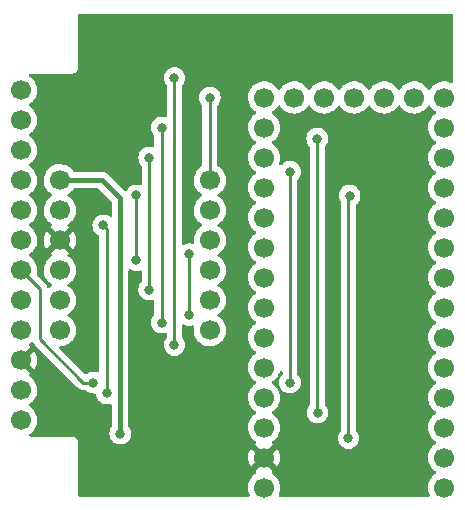
<source format=gbr>
%TF.GenerationSoftware,KiCad,Pcbnew,(6.0.4-0)*%
%TF.CreationDate,2022-08-22T18:59:51-05:00*%
%TF.ProjectId,pixel-frame-adapter,70697865-6c2d-4667-9261-6d652d616461,rev?*%
%TF.SameCoordinates,Original*%
%TF.FileFunction,Copper,L2,Bot*%
%TF.FilePolarity,Positive*%
%FSLAX46Y46*%
G04 Gerber Fmt 4.6, Leading zero omitted, Abs format (unit mm)*
G04 Created by KiCad (PCBNEW (6.0.4-0)) date 2022-08-22 18:59:51*
%MOMM*%
%LPD*%
G01*
G04 APERTURE LIST*
%TA.AperFunction,ComponentPad*%
%ADD10C,1.700000*%
%TD*%
%TA.AperFunction,ViaPad*%
%ADD11C,0.812800*%
%TD*%
%TA.AperFunction,ViaPad*%
%ADD12C,0.800000*%
%TD*%
%TA.AperFunction,Conductor*%
%ADD13C,0.228600*%
%TD*%
%TA.AperFunction,Conductor*%
%ADD14C,0.381000*%
%TD*%
%TA.AperFunction,Conductor*%
%ADD15C,0.250000*%
%TD*%
G04 APERTURE END LIST*
D10*
%TO.P,U2,1,RESET*%
%TO.N,unconnected-(U2-Pad1)*%
X168681400Y-120370600D03*
%TO.P,U2,2,3V3*%
%TO.N,unconnected-(U2-Pad2)*%
X168681400Y-117830600D03*
%TO.P,U2,3,AREF*%
%TO.N,unconnected-(U2-Pad3)*%
X168681400Y-115290600D03*
%TO.P,U2,4,VHI*%
%TO.N,+5V*%
X168681400Y-112750600D03*
%TO.P,U2,5,A0*%
%TO.N,BACKLIGHT*%
X168681400Y-110210600D03*
%TO.P,U2,6,A1*%
%TO.N,unconnected-(U2-Pad6)*%
X168681400Y-107670600D03*
%TO.P,U2,7,A2*%
%TO.N,unconnected-(U2-Pad7)*%
X168681400Y-105130600D03*
%TO.P,U2,8,A3*%
%TO.N,unconnected-(U2-Pad8)*%
X168681400Y-102590600D03*
%TO.P,U2,9,A4*%
%TO.N,unconnected-(U2-Pad9)*%
X168681400Y-100050600D03*
%TO.P,U2,10,A5*%
%TO.N,unconnected-(U2-Pad10)*%
X168681400Y-97510600D03*
%TO.P,U2,11,SCK*%
%TO.N,SPI_CLK*%
X168681400Y-94970600D03*
%TO.P,U2,12,MOSI*%
%TO.N,SPI_MOSI*%
X168681400Y-92430600D03*
%TO.P,U2,13,MISO*%
%TO.N,SD_CARD_MISO*%
X168681400Y-89890600D03*
%TO.P,U2,14,D2*%
%TO.N,SD_CARD_CS*%
X168681400Y-87350600D03*
%TO.P,U2,15,EN*%
%TO.N,unconnected-(U2-Pad15)*%
X166141400Y-87350600D03*
%TO.P,U2,16,SWDIO*%
%TO.N,unconnected-(U2-Pad16)*%
X163601400Y-87350600D03*
%TO.P,U2,17,SWCLK*%
%TO.N,unconnected-(U2-Pad17)*%
X161061400Y-87350600D03*
%TO.P,U2,18,D3*%
%TO.N,unconnected-(U2-Pad18)*%
X158521400Y-87350600D03*
%TO.P,U2,19,D4*%
%TO.N,unconnected-(U2-Pad19)*%
X155981400Y-87350600D03*
%TO.P,U2,20,D0*%
%TO.N,ACC_INT2*%
X153441400Y-87350600D03*
%TO.P,U2,21,D1*%
%TO.N,ACC_INT*%
X153441400Y-89890600D03*
%TO.P,U2,22,SDA*%
%TO.N,I2C_SDA*%
X153441400Y-92430600D03*
%TO.P,U2,23,SCL*%
%TO.N,I2C_SCL*%
X153441400Y-94970600D03*
%TO.P,U2,24,D5*%
%TO.N,unconnected-(U2-Pad24)*%
X153441400Y-97510600D03*
%TO.P,U2,25,D7*%
%TO.N,SPI_DC*%
X153441400Y-100050600D03*
%TO.P,U2,26,D9*%
%TO.N,unconnected-(U2-Pad26)*%
X153441400Y-102590600D03*
%TO.P,U2,27,D10*%
%TO.N,SPI_CS*%
X153441400Y-105130600D03*
%TO.P,U2,28,D11*%
%TO.N,unconnected-(U2-Pad28)*%
X153441400Y-107670600D03*
%TO.P,U2,29,D12*%
%TO.N,unconnected-(U2-Pad29)*%
X153441400Y-110210600D03*
%TO.P,U2,30,D13*%
%TO.N,RST*%
X153441400Y-112750600D03*
%TO.P,U2,31,VBUS*%
%TO.N,unconnected-(U2-Pad31)*%
X153441400Y-115290600D03*
%TO.P,U2,32,GND*%
%TO.N,GND*%
X153441400Y-117830600D03*
%TO.P,U2,33,VBAT*%
%TO.N,unconnected-(U2-Pad33)*%
X153441400Y-120370600D03*
%TD*%
%TO.P,U3,1,CS*%
%TO.N,unconnected-(U3-Pad1)*%
X148844000Y-107042204D03*
%TO.P,U3,2,SDO*%
%TO.N,unconnected-(U3-Pad2)*%
X148844000Y-104502204D03*
%TO.P,U3,3,A1*%
%TO.N,unconnected-(U3-Pad3)*%
X148844000Y-101962204D03*
%TO.P,U3,4,A2*%
%TO.N,unconnected-(U3-Pad4)*%
X148844000Y-99422204D03*
%TO.P,U3,5,A3*%
%TO.N,unconnected-(U3-Pad5)*%
X148844000Y-96882204D03*
%TO.P,U3,6,INT_2*%
%TO.N,ACC_INT2*%
X148844000Y-94342204D03*
%TO.P,U3,7,VIN*%
%TO.N,+5V*%
X136144000Y-94342204D03*
%TO.P,U3,8,3V*%
%TO.N,unconnected-(U3-Pad8)*%
X136144000Y-96882204D03*
%TO.P,U3,9,GND*%
%TO.N,GND*%
X136144000Y-99422204D03*
%TO.P,U3,10,SCL*%
%TO.N,I2C_SCL*%
X136144000Y-101962204D03*
%TO.P,U3,11,SDA*%
%TO.N,I2C_SDA*%
X136144000Y-104502204D03*
%TO.P,U3,12,INT*%
%TO.N,ACC_INT*%
X136144000Y-107042204D03*
%TD*%
%TO.P,U1,1,V+*%
%TO.N,+5V*%
X132867400Y-114662204D03*
%TO.P,U1,2,3V*%
%TO.N,unconnected-(U1-Pad2)*%
X132867400Y-112122204D03*
%TO.P,U1,3,G*%
%TO.N,GND*%
X132867400Y-109582204D03*
%TO.P,U1,4,CK*%
%TO.N,SPI_CLK*%
X132867400Y-107042204D03*
%TO.P,U1,5,SO*%
%TO.N,SD_CARD_MISO*%
X132867400Y-104502204D03*
%TO.P,U1,6,SI*%
%TO.N,SPI_MOSI*%
X132867400Y-101962204D03*
%TO.P,U1,7,TC*%
%TO.N,SPI_CS*%
X132867400Y-99422204D03*
%TO.P,U1,8,RT*%
%TO.N,RST*%
X132867400Y-96882204D03*
%TO.P,U1,9,DC*%
%TO.N,SPI_DC*%
X132867400Y-94342204D03*
%TO.P,U1,10,CC*%
%TO.N,SD_CARD_CS*%
X132867400Y-91802204D03*
%TO.P,U1,11,BL*%
%TO.N,Net-(JP1-Pad2)*%
X132867400Y-89262204D03*
%TO.P,U1,12,TE*%
%TO.N,unconnected-(U1-Pad12)*%
X132867400Y-86722204D03*
%TD*%
D11*
%TO.N,BACKLIGHT*%
X145846800Y-85699600D03*
X145846800Y-108305600D03*
%TO.N,+5V*%
X141249400Y-115798600D03*
D12*
%TO.N,SPI_CLK*%
X160578800Y-116179600D03*
D11*
X160680400Y-95656400D03*
%TO.N,SD_CARD_MISO*%
X157962600Y-114020600D03*
X157937200Y-90830400D03*
%TO.N,SPI_MOSI*%
X155625800Y-93624400D03*
X155625800Y-111480600D03*
X138988800Y-111480600D03*
%TO.N,RST*%
X139827000Y-98171000D03*
X140106400Y-112395000D03*
D12*
%TO.N,ACC_INT2*%
X148844000Y-87350600D03*
D11*
%TO.N,ACC_INT*%
X144780000Y-106400600D03*
X144780000Y-89890600D03*
%TO.N,I2C_SDA*%
X143713200Y-103606600D03*
X143713200Y-92430600D03*
%TO.N,I2C_SCL*%
X142621000Y-101117400D03*
X142621000Y-95631000D03*
%TO.N,SPI_CS*%
X147091400Y-105765600D03*
X147091400Y-100609400D03*
%TD*%
D13*
%TO.N,BACKLIGHT*%
X145846800Y-85699600D02*
X145846800Y-108305600D01*
D14*
%TO.N,+5V*%
X141249400Y-95885000D02*
X141249400Y-115798600D01*
X136144000Y-94342204D02*
X139706604Y-94342204D01*
X139706604Y-94342204D02*
X141249400Y-95885000D01*
D13*
%TO.N,SPI_CLK*%
X160578800Y-116179600D02*
X160578800Y-95758000D01*
X160578800Y-95758000D02*
X160604200Y-95732600D01*
X160604200Y-95732600D02*
X160680400Y-95656400D01*
%TO.N,SD_CARD_MISO*%
X157962600Y-114020600D02*
X157937200Y-113995200D01*
X157937200Y-113995200D02*
X157937200Y-90830400D01*
%TO.N,SPI_MOSI*%
X132867400Y-101962204D02*
X134467596Y-103562400D01*
X138125200Y-111480600D02*
X134467596Y-107822996D01*
X138988800Y-111480600D02*
X138125200Y-111480600D01*
X134467596Y-107822996D02*
X134467596Y-103562400D01*
X155625800Y-111480600D02*
X155625800Y-93624400D01*
%TO.N,RST*%
X140106400Y-112395000D02*
X140106400Y-98450400D01*
X140106400Y-98450400D02*
X139827000Y-98171000D01*
D15*
%TO.N,ACC_INT2*%
X148844000Y-87350600D02*
X148844000Y-94342204D01*
D13*
%TO.N,ACC_INT*%
X144780000Y-106400600D02*
X144780000Y-89890600D01*
%TO.N,I2C_SDA*%
X143713200Y-103606600D02*
X143713200Y-92430600D01*
%TO.N,I2C_SCL*%
X142621000Y-101117400D02*
X142621000Y-95631000D01*
%TO.N,SPI_CS*%
X147091400Y-100609400D02*
X147091400Y-105765600D01*
%TD*%
%TA.AperFunction,Conductor*%
%TO.N,GND*%
G36*
X169385021Y-80259102D02*
G01*
X169431514Y-80312758D01*
X169442900Y-80365100D01*
X169442900Y-86005661D01*
X169422898Y-86073782D01*
X169369242Y-86120275D01*
X169298968Y-86130379D01*
X169256009Y-86115971D01*
X169240189Y-86107238D01*
X169235320Y-86105514D01*
X169235316Y-86105512D01*
X169034487Y-86034395D01*
X169034483Y-86034394D01*
X169029612Y-86032669D01*
X169024519Y-86031762D01*
X169024516Y-86031761D01*
X168814773Y-85994400D01*
X168814767Y-85994399D01*
X168809684Y-85993494D01*
X168735852Y-85992592D01*
X168591481Y-85990828D01*
X168591479Y-85990828D01*
X168586311Y-85990765D01*
X168365491Y-86024555D01*
X168153156Y-86093957D01*
X167955007Y-86197107D01*
X167950874Y-86200210D01*
X167950871Y-86200212D01*
X167780500Y-86328130D01*
X167776365Y-86331235D01*
X167622029Y-86492738D01*
X167514601Y-86650221D01*
X167459693Y-86695221D01*
X167389168Y-86703392D01*
X167325421Y-86672138D01*
X167304724Y-86647654D01*
X167224222Y-86523217D01*
X167224220Y-86523214D01*
X167221414Y-86518877D01*
X167071070Y-86353651D01*
X167067019Y-86350452D01*
X167067015Y-86350448D01*
X166899814Y-86218400D01*
X166899810Y-86218398D01*
X166895759Y-86215198D01*
X166700189Y-86107238D01*
X166695320Y-86105514D01*
X166695316Y-86105512D01*
X166494487Y-86034395D01*
X166494483Y-86034394D01*
X166489612Y-86032669D01*
X166484519Y-86031762D01*
X166484516Y-86031761D01*
X166274773Y-85994400D01*
X166274767Y-85994399D01*
X166269684Y-85993494D01*
X166195852Y-85992592D01*
X166051481Y-85990828D01*
X166051479Y-85990828D01*
X166046311Y-85990765D01*
X165825491Y-86024555D01*
X165613156Y-86093957D01*
X165415007Y-86197107D01*
X165410874Y-86200210D01*
X165410871Y-86200212D01*
X165240500Y-86328130D01*
X165236365Y-86331235D01*
X165082029Y-86492738D01*
X164974601Y-86650221D01*
X164919693Y-86695221D01*
X164849168Y-86703392D01*
X164785421Y-86672138D01*
X164764724Y-86647654D01*
X164684222Y-86523217D01*
X164684220Y-86523214D01*
X164681414Y-86518877D01*
X164531070Y-86353651D01*
X164527019Y-86350452D01*
X164527015Y-86350448D01*
X164359814Y-86218400D01*
X164359810Y-86218398D01*
X164355759Y-86215198D01*
X164160189Y-86107238D01*
X164155320Y-86105514D01*
X164155316Y-86105512D01*
X163954487Y-86034395D01*
X163954483Y-86034394D01*
X163949612Y-86032669D01*
X163944519Y-86031762D01*
X163944516Y-86031761D01*
X163734773Y-85994400D01*
X163734767Y-85994399D01*
X163729684Y-85993494D01*
X163655852Y-85992592D01*
X163511481Y-85990828D01*
X163511479Y-85990828D01*
X163506311Y-85990765D01*
X163285491Y-86024555D01*
X163073156Y-86093957D01*
X162875007Y-86197107D01*
X162870874Y-86200210D01*
X162870871Y-86200212D01*
X162700500Y-86328130D01*
X162696365Y-86331235D01*
X162542029Y-86492738D01*
X162434601Y-86650221D01*
X162379693Y-86695221D01*
X162309168Y-86703392D01*
X162245421Y-86672138D01*
X162224724Y-86647654D01*
X162144222Y-86523217D01*
X162144220Y-86523214D01*
X162141414Y-86518877D01*
X161991070Y-86353651D01*
X161987019Y-86350452D01*
X161987015Y-86350448D01*
X161819814Y-86218400D01*
X161819810Y-86218398D01*
X161815759Y-86215198D01*
X161620189Y-86107238D01*
X161615320Y-86105514D01*
X161615316Y-86105512D01*
X161414487Y-86034395D01*
X161414483Y-86034394D01*
X161409612Y-86032669D01*
X161404519Y-86031762D01*
X161404516Y-86031761D01*
X161194773Y-85994400D01*
X161194767Y-85994399D01*
X161189684Y-85993494D01*
X161115852Y-85992592D01*
X160971481Y-85990828D01*
X160971479Y-85990828D01*
X160966311Y-85990765D01*
X160745491Y-86024555D01*
X160533156Y-86093957D01*
X160335007Y-86197107D01*
X160330874Y-86200210D01*
X160330871Y-86200212D01*
X160160500Y-86328130D01*
X160156365Y-86331235D01*
X160002029Y-86492738D01*
X159894601Y-86650221D01*
X159839693Y-86695221D01*
X159769168Y-86703392D01*
X159705421Y-86672138D01*
X159684724Y-86647654D01*
X159604222Y-86523217D01*
X159604220Y-86523214D01*
X159601414Y-86518877D01*
X159451070Y-86353651D01*
X159447019Y-86350452D01*
X159447015Y-86350448D01*
X159279814Y-86218400D01*
X159279810Y-86218398D01*
X159275759Y-86215198D01*
X159080189Y-86107238D01*
X159075320Y-86105514D01*
X159075316Y-86105512D01*
X158874487Y-86034395D01*
X158874483Y-86034394D01*
X158869612Y-86032669D01*
X158864519Y-86031762D01*
X158864516Y-86031761D01*
X158654773Y-85994400D01*
X158654767Y-85994399D01*
X158649684Y-85993494D01*
X158575852Y-85992592D01*
X158431481Y-85990828D01*
X158431479Y-85990828D01*
X158426311Y-85990765D01*
X158205491Y-86024555D01*
X157993156Y-86093957D01*
X157795007Y-86197107D01*
X157790874Y-86200210D01*
X157790871Y-86200212D01*
X157620500Y-86328130D01*
X157616365Y-86331235D01*
X157462029Y-86492738D01*
X157354601Y-86650221D01*
X157299693Y-86695221D01*
X157229168Y-86703392D01*
X157165421Y-86672138D01*
X157144724Y-86647654D01*
X157064222Y-86523217D01*
X157064220Y-86523214D01*
X157061414Y-86518877D01*
X156911070Y-86353651D01*
X156907019Y-86350452D01*
X156907015Y-86350448D01*
X156739814Y-86218400D01*
X156739810Y-86218398D01*
X156735759Y-86215198D01*
X156540189Y-86107238D01*
X156535320Y-86105514D01*
X156535316Y-86105512D01*
X156334487Y-86034395D01*
X156334483Y-86034394D01*
X156329612Y-86032669D01*
X156324519Y-86031762D01*
X156324516Y-86031761D01*
X156114773Y-85994400D01*
X156114767Y-85994399D01*
X156109684Y-85993494D01*
X156035852Y-85992592D01*
X155891481Y-85990828D01*
X155891479Y-85990828D01*
X155886311Y-85990765D01*
X155665491Y-86024555D01*
X155453156Y-86093957D01*
X155255007Y-86197107D01*
X155250874Y-86200210D01*
X155250871Y-86200212D01*
X155080500Y-86328130D01*
X155076365Y-86331235D01*
X154922029Y-86492738D01*
X154814601Y-86650221D01*
X154759693Y-86695221D01*
X154689168Y-86703392D01*
X154625421Y-86672138D01*
X154604724Y-86647654D01*
X154524222Y-86523217D01*
X154524220Y-86523214D01*
X154521414Y-86518877D01*
X154371070Y-86353651D01*
X154367019Y-86350452D01*
X154367015Y-86350448D01*
X154199814Y-86218400D01*
X154199810Y-86218398D01*
X154195759Y-86215198D01*
X154000189Y-86107238D01*
X153995320Y-86105514D01*
X153995316Y-86105512D01*
X153794487Y-86034395D01*
X153794483Y-86034394D01*
X153789612Y-86032669D01*
X153784519Y-86031762D01*
X153784516Y-86031761D01*
X153574773Y-85994400D01*
X153574767Y-85994399D01*
X153569684Y-85993494D01*
X153495852Y-85992592D01*
X153351481Y-85990828D01*
X153351479Y-85990828D01*
X153346311Y-85990765D01*
X153125491Y-86024555D01*
X152913156Y-86093957D01*
X152715007Y-86197107D01*
X152710874Y-86200210D01*
X152710871Y-86200212D01*
X152540500Y-86328130D01*
X152536365Y-86331235D01*
X152382029Y-86492738D01*
X152256143Y-86677280D01*
X152162088Y-86879905D01*
X152102389Y-87095170D01*
X152078651Y-87317295D01*
X152078948Y-87322448D01*
X152078948Y-87322451D01*
X152085062Y-87428481D01*
X152091510Y-87540315D01*
X152092647Y-87545361D01*
X152092648Y-87545367D01*
X152105298Y-87601496D01*
X152140622Y-87758239D01*
X152178861Y-87852411D01*
X152219114Y-87951542D01*
X152224666Y-87965216D01*
X152266094Y-88032821D01*
X152338691Y-88151288D01*
X152341387Y-88155688D01*
X152487650Y-88324538D01*
X152659526Y-88467232D01*
X152674870Y-88476198D01*
X152732845Y-88510076D01*
X152781569Y-88561714D01*
X152794640Y-88631497D01*
X152767909Y-88697269D01*
X152727455Y-88730627D01*
X152715007Y-88737107D01*
X152710874Y-88740210D01*
X152710871Y-88740212D01*
X152540500Y-88868130D01*
X152536365Y-88871235D01*
X152382029Y-89032738D01*
X152379115Y-89037010D01*
X152379114Y-89037011D01*
X152293956Y-89161849D01*
X152256143Y-89217280D01*
X152162088Y-89419905D01*
X152102389Y-89635170D01*
X152078651Y-89857295D01*
X152078948Y-89862448D01*
X152078948Y-89862451D01*
X152091212Y-90075147D01*
X152091510Y-90080315D01*
X152092647Y-90085361D01*
X152092648Y-90085367D01*
X152105298Y-90141496D01*
X152140622Y-90298239D01*
X152178861Y-90392411D01*
X152219114Y-90491542D01*
X152224666Y-90505216D01*
X152249389Y-90545561D01*
X152323686Y-90666802D01*
X152341387Y-90695688D01*
X152487650Y-90864538D01*
X152659526Y-91007232D01*
X152672994Y-91015102D01*
X152732845Y-91050076D01*
X152781569Y-91101714D01*
X152794640Y-91171497D01*
X152767909Y-91237269D01*
X152727455Y-91270627D01*
X152715007Y-91277107D01*
X152710874Y-91280210D01*
X152710871Y-91280212D01*
X152583247Y-91376035D01*
X152536365Y-91411235D01*
X152382029Y-91572738D01*
X152379115Y-91577010D01*
X152379114Y-91577011D01*
X152293956Y-91701849D01*
X152256143Y-91757280D01*
X152162088Y-91959905D01*
X152102389Y-92175170D01*
X152078651Y-92397295D01*
X152078948Y-92402448D01*
X152078948Y-92402451D01*
X152085062Y-92508481D01*
X152091510Y-92620315D01*
X152092647Y-92625361D01*
X152092648Y-92625367D01*
X152105298Y-92681496D01*
X152140622Y-92838239D01*
X152184240Y-92945657D01*
X152219114Y-93031542D01*
X152224666Y-93045216D01*
X152256470Y-93097116D01*
X152323686Y-93206802D01*
X152341387Y-93235688D01*
X152487650Y-93404538D01*
X152659526Y-93547232D01*
X152674870Y-93556198D01*
X152732845Y-93590076D01*
X152781569Y-93641714D01*
X152794640Y-93711497D01*
X152767909Y-93777269D01*
X152727455Y-93810627D01*
X152715007Y-93817107D01*
X152710874Y-93820210D01*
X152710871Y-93820212D01*
X152540500Y-93948130D01*
X152536365Y-93951235D01*
X152382029Y-94112738D01*
X152256143Y-94297280D01*
X152162088Y-94499905D01*
X152102389Y-94715170D01*
X152078651Y-94937295D01*
X152078948Y-94942448D01*
X152078948Y-94942451D01*
X152086770Y-95078109D01*
X152091510Y-95160315D01*
X152092647Y-95165361D01*
X152092648Y-95165367D01*
X152106244Y-95225693D01*
X152140622Y-95378239D01*
X152178861Y-95472411D01*
X152219114Y-95571542D01*
X152224666Y-95585216D01*
X152275419Y-95668038D01*
X152323686Y-95746802D01*
X152341387Y-95775688D01*
X152487650Y-95944538D01*
X152659526Y-96087232D01*
X152674870Y-96096198D01*
X152732845Y-96130076D01*
X152781569Y-96181714D01*
X152794640Y-96251497D01*
X152767909Y-96317269D01*
X152727455Y-96350627D01*
X152715007Y-96357107D01*
X152710874Y-96360210D01*
X152710871Y-96360212D01*
X152560911Y-96472805D01*
X152536365Y-96491235D01*
X152382029Y-96652738D01*
X152256143Y-96837280D01*
X152162088Y-97039905D01*
X152102389Y-97255170D01*
X152078651Y-97477295D01*
X152078948Y-97482448D01*
X152078948Y-97482451D01*
X152087188Y-97625365D01*
X152091510Y-97700315D01*
X152092647Y-97705361D01*
X152092648Y-97705367D01*
X152105298Y-97761496D01*
X152140622Y-97918239D01*
X152178861Y-98012411D01*
X152219114Y-98111542D01*
X152224666Y-98125216D01*
X152248699Y-98164435D01*
X152329781Y-98296748D01*
X152341387Y-98315688D01*
X152487650Y-98484538D01*
X152659526Y-98627232D01*
X152674870Y-98636198D01*
X152732845Y-98670076D01*
X152781569Y-98721714D01*
X152794640Y-98791497D01*
X152767909Y-98857269D01*
X152727455Y-98890627D01*
X152715007Y-98897107D01*
X152710874Y-98900210D01*
X152710871Y-98900212D01*
X152593843Y-98988079D01*
X152536365Y-99031235D01*
X152382029Y-99192738D01*
X152256143Y-99377280D01*
X152162088Y-99579905D01*
X152102389Y-99795170D01*
X152078651Y-100017295D01*
X152078948Y-100022448D01*
X152078948Y-100022451D01*
X152085047Y-100128223D01*
X152091510Y-100240315D01*
X152092647Y-100245361D01*
X152092648Y-100245367D01*
X152105298Y-100301496D01*
X152140622Y-100458239D01*
X152180289Y-100555927D01*
X152219114Y-100651542D01*
X152224666Y-100665216D01*
X152247715Y-100702828D01*
X152323686Y-100826802D01*
X152341387Y-100855688D01*
X152487650Y-101024538D01*
X152659526Y-101167232D01*
X152674870Y-101176198D01*
X152732845Y-101210076D01*
X152781569Y-101261714D01*
X152794640Y-101331497D01*
X152767909Y-101397269D01*
X152727455Y-101430627D01*
X152715007Y-101437107D01*
X152710874Y-101440210D01*
X152710871Y-101440212D01*
X152540500Y-101568130D01*
X152536365Y-101571235D01*
X152382029Y-101732738D01*
X152256143Y-101917280D01*
X152162088Y-102119905D01*
X152102389Y-102335170D01*
X152078651Y-102557295D01*
X152078948Y-102562448D01*
X152078948Y-102562451D01*
X152085062Y-102668481D01*
X152091510Y-102780315D01*
X152092647Y-102785361D01*
X152092648Y-102785367D01*
X152105298Y-102841496D01*
X152140622Y-102998239D01*
X152190746Y-103121680D01*
X152219114Y-103191542D01*
X152224666Y-103205216D01*
X152257528Y-103258842D01*
X152323686Y-103366802D01*
X152341387Y-103395688D01*
X152487650Y-103564538D01*
X152659526Y-103707232D01*
X152674870Y-103716198D01*
X152732845Y-103750076D01*
X152781569Y-103801714D01*
X152794640Y-103871497D01*
X152767909Y-103937269D01*
X152727455Y-103970627D01*
X152715007Y-103977107D01*
X152710874Y-103980210D01*
X152710871Y-103980212D01*
X152540500Y-104108130D01*
X152536365Y-104111235D01*
X152382029Y-104272738D01*
X152256143Y-104457280D01*
X152162088Y-104659905D01*
X152102389Y-104875170D01*
X152078651Y-105097295D01*
X152078948Y-105102448D01*
X152078948Y-105102451D01*
X152085062Y-105208481D01*
X152091510Y-105320315D01*
X152092647Y-105325361D01*
X152092648Y-105325367D01*
X152100649Y-105360868D01*
X152140622Y-105538239D01*
X152178861Y-105632411D01*
X152219114Y-105731542D01*
X152224666Y-105745216D01*
X152247882Y-105783101D01*
X152323686Y-105906802D01*
X152341387Y-105935688D01*
X152487650Y-106104538D01*
X152659526Y-106247232D01*
X152674870Y-106256198D01*
X152732845Y-106290076D01*
X152781569Y-106341714D01*
X152794640Y-106411497D01*
X152767909Y-106477269D01*
X152727455Y-106510627D01*
X152715007Y-106517107D01*
X152710874Y-106520210D01*
X152710871Y-106520212D01*
X152540500Y-106648130D01*
X152536365Y-106651235D01*
X152382029Y-106812738D01*
X152256143Y-106997280D01*
X152162088Y-107199905D01*
X152102389Y-107415170D01*
X152078651Y-107637295D01*
X152078948Y-107642448D01*
X152078948Y-107642451D01*
X152085062Y-107748481D01*
X152091510Y-107860315D01*
X152092647Y-107865361D01*
X152092648Y-107865367D01*
X152105298Y-107921496D01*
X152140622Y-108078239D01*
X152178861Y-108172411D01*
X152219114Y-108271542D01*
X152224666Y-108285216D01*
X152240698Y-108311378D01*
X152329781Y-108456748D01*
X152341387Y-108475688D01*
X152487650Y-108644538D01*
X152659526Y-108787232D01*
X152674870Y-108796198D01*
X152732845Y-108830076D01*
X152781569Y-108881714D01*
X152794640Y-108951497D01*
X152767909Y-109017269D01*
X152727455Y-109050627D01*
X152715007Y-109057107D01*
X152710874Y-109060210D01*
X152710871Y-109060212D01*
X152548815Y-109181887D01*
X152536365Y-109191235D01*
X152382029Y-109352738D01*
X152256143Y-109537280D01*
X152162088Y-109739905D01*
X152102389Y-109955170D01*
X152078651Y-110177295D01*
X152091510Y-110400315D01*
X152092647Y-110405361D01*
X152092648Y-110405367D01*
X152106640Y-110467451D01*
X152140622Y-110618239D01*
X152224666Y-110825216D01*
X152227365Y-110829620D01*
X152323686Y-110986802D01*
X152341387Y-111015688D01*
X152487650Y-111184538D01*
X152659526Y-111327232D01*
X152674870Y-111336198D01*
X152732845Y-111370076D01*
X152781569Y-111421714D01*
X152794640Y-111491497D01*
X152767909Y-111557269D01*
X152727455Y-111590627D01*
X152715007Y-111597107D01*
X152710874Y-111600210D01*
X152710871Y-111600212D01*
X152540500Y-111728130D01*
X152536365Y-111731235D01*
X152532793Y-111734973D01*
X152398921Y-111875062D01*
X152382029Y-111892738D01*
X152379115Y-111897010D01*
X152379114Y-111897011D01*
X152320433Y-111983034D01*
X152256143Y-112077280D01*
X152162088Y-112279905D01*
X152102389Y-112495170D01*
X152078651Y-112717295D01*
X152078948Y-112722448D01*
X152078948Y-112722451D01*
X152085062Y-112828481D01*
X152091510Y-112940315D01*
X152092647Y-112945361D01*
X152092648Y-112945367D01*
X152105298Y-113001496D01*
X152140622Y-113158239D01*
X152185969Y-113269915D01*
X152219114Y-113351542D01*
X152224666Y-113365216D01*
X152249389Y-113405561D01*
X152323686Y-113526802D01*
X152341387Y-113555688D01*
X152487650Y-113724538D01*
X152659526Y-113867232D01*
X152674870Y-113876198D01*
X152732845Y-113910076D01*
X152781569Y-113961714D01*
X152794640Y-114031497D01*
X152767909Y-114097269D01*
X152727455Y-114130627D01*
X152715007Y-114137107D01*
X152710874Y-114140210D01*
X152710871Y-114140212D01*
X152540500Y-114268130D01*
X152536365Y-114271235D01*
X152382029Y-114432738D01*
X152256143Y-114617280D01*
X152162088Y-114819905D01*
X152102389Y-115035170D01*
X152078651Y-115257295D01*
X152078948Y-115262448D01*
X152078948Y-115262451D01*
X152088650Y-115430712D01*
X152091510Y-115480315D01*
X152092647Y-115485361D01*
X152092648Y-115485367D01*
X152105298Y-115541496D01*
X152140622Y-115698239D01*
X152178861Y-115792411D01*
X152219114Y-115891542D01*
X152224666Y-115905216D01*
X152227365Y-115909620D01*
X152316506Y-116055085D01*
X152341387Y-116095688D01*
X152487650Y-116264538D01*
X152659526Y-116407232D01*
X152725331Y-116445685D01*
X152733355Y-116450374D01*
X152782079Y-116502012D01*
X152795150Y-116571795D01*
X152768419Y-116637567D01*
X152727962Y-116670927D01*
X152719860Y-116675144D01*
X152711134Y-116680639D01*
X152691077Y-116695699D01*
X152682623Y-116707027D01*
X152689368Y-116719358D01*
X153428588Y-117458578D01*
X153442532Y-117466192D01*
X153444365Y-117466061D01*
X153450980Y-117461810D01*
X154194789Y-116718001D01*
X154201810Y-116705144D01*
X154195011Y-116695813D01*
X154190959Y-116693121D01*
X154154002Y-116672720D01*
X154104031Y-116622287D01*
X154089259Y-116552845D01*
X154114375Y-116486439D01*
X154141727Y-116459832D01*
X154202900Y-116416198D01*
X154321260Y-116331773D01*
X154473966Y-116179600D01*
X159665296Y-116179600D01*
X159665986Y-116186165D01*
X159683293Y-116350829D01*
X159685258Y-116369528D01*
X159744273Y-116551156D01*
X159747576Y-116556878D01*
X159747577Y-116556879D01*
X159781486Y-116615610D01*
X159839760Y-116716544D01*
X159967547Y-116858466D01*
X160122048Y-116970718D01*
X160128076Y-116973402D01*
X160128078Y-116973403D01*
X160290481Y-117045709D01*
X160296512Y-117048394D01*
X160389913Y-117068247D01*
X160476856Y-117086728D01*
X160476861Y-117086728D01*
X160483313Y-117088100D01*
X160674287Y-117088100D01*
X160680739Y-117086728D01*
X160680744Y-117086728D01*
X160767687Y-117068247D01*
X160861088Y-117048394D01*
X160867119Y-117045709D01*
X161029522Y-116973403D01*
X161029524Y-116973402D01*
X161035552Y-116970718D01*
X161190053Y-116858466D01*
X161317840Y-116716544D01*
X161376114Y-116615610D01*
X161410023Y-116556879D01*
X161410024Y-116556878D01*
X161413327Y-116551156D01*
X161472342Y-116369528D01*
X161474308Y-116350829D01*
X161491614Y-116186165D01*
X161492304Y-116179600D01*
X161480096Y-116063448D01*
X161473032Y-115996235D01*
X161473032Y-115996233D01*
X161472342Y-115989672D01*
X161413327Y-115808044D01*
X161407875Y-115798600D01*
X161321141Y-115648374D01*
X161317840Y-115642656D01*
X161233964Y-115549502D01*
X161203246Y-115485495D01*
X161201600Y-115465192D01*
X161201600Y-96472805D01*
X161221602Y-96404684D01*
X161253538Y-96370870D01*
X161295960Y-96340049D01*
X161361519Y-96267238D01*
X161420228Y-96202035D01*
X161420229Y-96202034D01*
X161424647Y-96197127D01*
X161490003Y-96083927D01*
X161517503Y-96036296D01*
X161517504Y-96036295D01*
X161520807Y-96030573D01*
X161569064Y-95882052D01*
X161578197Y-95853945D01*
X161578197Y-95853944D01*
X161580237Y-95847666D01*
X161600340Y-95656400D01*
X161587866Y-95537720D01*
X161580927Y-95471698D01*
X161580927Y-95471697D01*
X161580237Y-95465134D01*
X161520807Y-95282227D01*
X161424647Y-95115673D01*
X161390825Y-95078109D01*
X161300382Y-94977662D01*
X161300381Y-94977661D01*
X161295960Y-94972751D01*
X161290618Y-94968870D01*
X161290616Y-94968868D01*
X161145712Y-94863590D01*
X161145711Y-94863589D01*
X161140370Y-94859709D01*
X161134342Y-94857025D01*
X161134340Y-94857024D01*
X160970708Y-94784170D01*
X160970706Y-94784169D01*
X160964677Y-94781485D01*
X160857810Y-94758770D01*
X160783017Y-94742872D01*
X160783013Y-94742872D01*
X160776560Y-94741500D01*
X160584240Y-94741500D01*
X160577787Y-94742872D01*
X160577783Y-94742872D01*
X160502990Y-94758770D01*
X160396123Y-94781485D01*
X160390094Y-94784169D01*
X160390092Y-94784170D01*
X160226460Y-94857024D01*
X160226458Y-94857025D01*
X160220430Y-94859709D01*
X160215089Y-94863589D01*
X160215088Y-94863590D01*
X160070184Y-94968868D01*
X160070182Y-94968870D01*
X160064840Y-94972751D01*
X160060419Y-94977661D01*
X160060418Y-94977662D01*
X159969976Y-95078109D01*
X159936153Y-95115673D01*
X159839993Y-95282227D01*
X159780563Y-95465134D01*
X159779873Y-95471697D01*
X159779873Y-95471698D01*
X159772934Y-95537720D01*
X159760460Y-95656400D01*
X159780563Y-95847666D01*
X159782603Y-95853944D01*
X159782603Y-95853945D01*
X159791736Y-95882052D01*
X159839993Y-96030573D01*
X159843296Y-96036295D01*
X159843297Y-96036296D01*
X159936153Y-96197127D01*
X159934720Y-96197954D01*
X159955794Y-96257011D01*
X159956000Y-96264209D01*
X159956000Y-115465192D01*
X159935998Y-115533313D01*
X159923636Y-115549502D01*
X159839760Y-115642656D01*
X159836459Y-115648374D01*
X159749726Y-115798600D01*
X159744273Y-115808044D01*
X159685258Y-115989672D01*
X159684568Y-115996233D01*
X159684568Y-115996235D01*
X159677504Y-116063448D01*
X159665296Y-116179600D01*
X154473966Y-116179600D01*
X154479496Y-116174089D01*
X154538994Y-116091289D01*
X154606835Y-115996877D01*
X154609853Y-115992677D01*
X154614487Y-115983302D01*
X154706536Y-115797053D01*
X154706537Y-115797051D01*
X154708830Y-115792411D01*
X154773770Y-115578669D01*
X154802929Y-115357190D01*
X154804556Y-115290600D01*
X154786252Y-115067961D01*
X154731831Y-114851302D01*
X154642754Y-114646440D01*
X154521414Y-114458877D01*
X154371070Y-114293651D01*
X154367019Y-114290452D01*
X154367015Y-114290448D01*
X154199814Y-114158400D01*
X154199810Y-114158398D01*
X154195759Y-114155198D01*
X154154453Y-114132396D01*
X154104484Y-114081964D01*
X154089712Y-114012521D01*
X154114828Y-113946116D01*
X154142180Y-113919509D01*
X154202900Y-113876198D01*
X154321260Y-113791773D01*
X154479496Y-113634089D01*
X154538994Y-113551289D01*
X154606835Y-113456877D01*
X154609853Y-113452677D01*
X154638853Y-113394001D01*
X154706536Y-113257053D01*
X154706537Y-113257051D01*
X154708830Y-113252411D01*
X154773770Y-113038669D01*
X154802929Y-112817190D01*
X154803011Y-112813840D01*
X154804474Y-112753965D01*
X154804474Y-112753961D01*
X154804556Y-112750600D01*
X154786252Y-112527961D01*
X154731831Y-112311302D01*
X154649190Y-112121242D01*
X154645732Y-112093626D01*
X154635016Y-112088102D01*
X154616173Y-112065351D01*
X154524222Y-111923217D01*
X154524220Y-111923214D01*
X154521414Y-111918877D01*
X154371070Y-111753651D01*
X154367019Y-111750452D01*
X154367015Y-111750448D01*
X154199814Y-111618400D01*
X154199810Y-111618398D01*
X154195759Y-111615198D01*
X154154453Y-111592396D01*
X154104484Y-111541964D01*
X154089712Y-111472521D01*
X154114828Y-111406116D01*
X154142180Y-111379509D01*
X154202900Y-111336198D01*
X154321260Y-111251773D01*
X154479496Y-111094089D01*
X154538994Y-111011289D01*
X154590311Y-110939873D01*
X154595281Y-110932956D01*
X154620523Y-110913280D01*
X154619859Y-110899348D01*
X154629350Y-110873227D01*
X154650902Y-110829620D01*
X154708830Y-110712411D01*
X154756442Y-110555702D01*
X154795383Y-110496338D01*
X154860237Y-110467451D01*
X154930413Y-110478212D01*
X154983631Y-110525206D01*
X155003000Y-110592331D01*
X155003000Y-110756626D01*
X154982998Y-110824747D01*
X154970636Y-110840936D01*
X154881553Y-110939873D01*
X154878254Y-110945586D01*
X154878251Y-110945591D01*
X154851426Y-110992054D01*
X154817745Y-111024169D01*
X154816497Y-111048202D01*
X154806723Y-111069482D01*
X154785393Y-111106427D01*
X154725963Y-111289334D01*
X154705860Y-111480600D01*
X154725963Y-111671866D01*
X154728003Y-111678144D01*
X154728003Y-111678145D01*
X154753777Y-111757470D01*
X154785393Y-111854773D01*
X154831085Y-111933914D01*
X154841514Y-111976903D01*
X154861453Y-111990237D01*
X154873858Y-112007999D01*
X154878251Y-112015609D01*
X154878254Y-112015614D01*
X154881553Y-112021327D01*
X154885971Y-112026234D01*
X154885972Y-112026235D01*
X154992988Y-112145089D01*
X155010240Y-112164249D01*
X155015582Y-112168130D01*
X155015584Y-112168132D01*
X155048590Y-112192112D01*
X155165830Y-112277291D01*
X155171858Y-112279975D01*
X155171860Y-112279976D01*
X155253490Y-112316320D01*
X155341523Y-112355515D01*
X155435582Y-112375508D01*
X155523183Y-112394128D01*
X155523187Y-112394128D01*
X155529640Y-112395500D01*
X155721960Y-112395500D01*
X155728413Y-112394128D01*
X155728417Y-112394128D01*
X155816018Y-112375508D01*
X155910077Y-112355515D01*
X155998110Y-112316320D01*
X156079740Y-112279976D01*
X156079742Y-112279975D01*
X156085770Y-112277291D01*
X156203010Y-112192112D01*
X156236016Y-112168132D01*
X156236018Y-112168130D01*
X156241360Y-112164249D01*
X156258612Y-112145089D01*
X156365628Y-112026235D01*
X156365629Y-112026234D01*
X156370047Y-112021327D01*
X156444288Y-111892738D01*
X156462903Y-111860496D01*
X156462904Y-111860495D01*
X156466207Y-111854773D01*
X156497823Y-111757470D01*
X156523597Y-111678145D01*
X156523597Y-111678144D01*
X156525637Y-111671866D01*
X156545740Y-111480600D01*
X156525637Y-111289334D01*
X156466207Y-111106427D01*
X156370047Y-110939873D01*
X156280964Y-110840936D01*
X156250246Y-110776929D01*
X156248600Y-110756626D01*
X156248600Y-94348374D01*
X156268602Y-94280253D01*
X156280964Y-94264064D01*
X156365628Y-94170035D01*
X156365629Y-94170034D01*
X156370047Y-94165127D01*
X156466207Y-93998573D01*
X156525637Y-93815666D01*
X156529301Y-93780811D01*
X156545050Y-93630965D01*
X156545740Y-93624400D01*
X156531019Y-93484342D01*
X156526327Y-93439698D01*
X156526327Y-93439697D01*
X156525637Y-93433134D01*
X156517419Y-93407840D01*
X156468249Y-93256512D01*
X156466207Y-93250227D01*
X156454302Y-93229606D01*
X156394250Y-93125594D01*
X156370047Y-93083673D01*
X156354892Y-93066841D01*
X156245782Y-92945662D01*
X156245781Y-92945661D01*
X156241360Y-92940751D01*
X156236018Y-92936870D01*
X156236016Y-92936868D01*
X156091112Y-92831590D01*
X156091111Y-92831589D01*
X156085770Y-92827709D01*
X156079742Y-92825025D01*
X156079740Y-92825024D01*
X155916108Y-92752170D01*
X155916106Y-92752169D01*
X155910077Y-92749485D01*
X155788367Y-92723615D01*
X155728417Y-92710872D01*
X155728413Y-92710872D01*
X155721960Y-92709500D01*
X155529640Y-92709500D01*
X155523187Y-92710872D01*
X155523183Y-92710872D01*
X155463233Y-92723615D01*
X155341523Y-92749485D01*
X155335494Y-92752169D01*
X155335492Y-92752170D01*
X155171860Y-92825024D01*
X155171858Y-92825025D01*
X155165830Y-92827709D01*
X155160489Y-92831589D01*
X155160488Y-92831590D01*
X155015584Y-92936868D01*
X155015582Y-92936870D01*
X155010240Y-92940751D01*
X154930237Y-93029603D01*
X154869795Y-93066841D01*
X154798811Y-93065490D01*
X154739826Y-93025976D01*
X154711568Y-92960846D01*
X154716045Y-92908663D01*
X154734970Y-92846375D01*
X154773770Y-92718669D01*
X154802929Y-92497190D01*
X154804556Y-92430600D01*
X154786252Y-92207961D01*
X154731831Y-91991302D01*
X154642754Y-91786440D01*
X154521414Y-91598877D01*
X154371070Y-91433651D01*
X154367019Y-91430452D01*
X154367015Y-91430448D01*
X154199814Y-91298400D01*
X154199810Y-91298398D01*
X154195759Y-91295198D01*
X154154453Y-91272396D01*
X154104484Y-91221964D01*
X154089712Y-91152521D01*
X154114828Y-91086116D01*
X154142180Y-91059509D01*
X154204436Y-91015102D01*
X154321260Y-90931773D01*
X154422988Y-90830400D01*
X157017260Y-90830400D01*
X157017950Y-90836965D01*
X157035499Y-91003927D01*
X157037363Y-91021666D01*
X157039403Y-91027944D01*
X157039403Y-91027945D01*
X157058304Y-91086116D01*
X157096793Y-91204573D01*
X157192953Y-91371127D01*
X157197371Y-91376034D01*
X157197372Y-91376035D01*
X157282036Y-91470064D01*
X157312754Y-91534071D01*
X157314400Y-91554374D01*
X157314400Y-113324836D01*
X157294398Y-113392957D01*
X157282042Y-113409140D01*
X157218353Y-113479873D01*
X157122193Y-113646427D01*
X157062763Y-113829334D01*
X157042660Y-114020600D01*
X157062763Y-114211866D01*
X157064803Y-114218144D01*
X157064803Y-114218145D01*
X157090577Y-114297470D01*
X157122193Y-114394773D01*
X157125496Y-114400495D01*
X157125497Y-114400496D01*
X157144112Y-114432738D01*
X157218353Y-114561327D01*
X157222771Y-114566234D01*
X157222772Y-114566235D01*
X157342618Y-114699338D01*
X157347040Y-114704249D01*
X157352382Y-114708130D01*
X157352384Y-114708132D01*
X157385390Y-114732112D01*
X157502630Y-114817291D01*
X157508658Y-114819975D01*
X157508660Y-114819976D01*
X157590290Y-114856320D01*
X157678323Y-114895515D01*
X157772381Y-114915507D01*
X157859983Y-114934128D01*
X157859987Y-114934128D01*
X157866440Y-114935500D01*
X158058760Y-114935500D01*
X158065213Y-114934128D01*
X158065217Y-114934128D01*
X158152819Y-114915507D01*
X158246877Y-114895515D01*
X158334910Y-114856320D01*
X158416540Y-114819976D01*
X158416542Y-114819975D01*
X158422570Y-114817291D01*
X158539810Y-114732112D01*
X158572816Y-114708132D01*
X158572818Y-114708130D01*
X158578160Y-114704249D01*
X158582582Y-114699338D01*
X158702428Y-114566235D01*
X158702429Y-114566234D01*
X158706847Y-114561327D01*
X158781088Y-114432738D01*
X158799703Y-114400496D01*
X158799704Y-114400495D01*
X158803007Y-114394773D01*
X158834623Y-114297470D01*
X158860397Y-114218145D01*
X158860397Y-114218144D01*
X158862437Y-114211866D01*
X158882540Y-114020600D01*
X158862437Y-113829334D01*
X158803007Y-113646427D01*
X158706847Y-113479873D01*
X158702428Y-113474965D01*
X158592364Y-113352726D01*
X158561646Y-113288719D01*
X158560000Y-113268416D01*
X158560000Y-91554374D01*
X158580002Y-91486253D01*
X158592364Y-91470064D01*
X158677028Y-91376035D01*
X158677029Y-91376034D01*
X158681447Y-91371127D01*
X158777607Y-91204573D01*
X158816096Y-91086116D01*
X158834997Y-91027945D01*
X158834997Y-91027944D01*
X158837037Y-91021666D01*
X158838902Y-91003927D01*
X158856450Y-90836965D01*
X158857140Y-90830400D01*
X158854497Y-90805255D01*
X158837727Y-90645698D01*
X158837727Y-90645697D01*
X158837037Y-90639134D01*
X158777607Y-90456227D01*
X158763108Y-90431113D01*
X158687255Y-90299733D01*
X158681447Y-90289673D01*
X158552760Y-90146751D01*
X158547418Y-90142870D01*
X158547416Y-90142868D01*
X158402512Y-90037590D01*
X158402511Y-90037589D01*
X158397170Y-90033709D01*
X158391142Y-90031025D01*
X158391140Y-90031024D01*
X158227508Y-89958170D01*
X158227506Y-89958169D01*
X158221477Y-89955485D01*
X158127419Y-89935493D01*
X158039817Y-89916872D01*
X158039813Y-89916872D01*
X158033360Y-89915500D01*
X157841040Y-89915500D01*
X157834587Y-89916872D01*
X157834583Y-89916872D01*
X157746982Y-89935492D01*
X157652923Y-89955485D01*
X157646894Y-89958169D01*
X157646892Y-89958170D01*
X157483260Y-90031024D01*
X157483258Y-90031025D01*
X157477230Y-90033709D01*
X157471889Y-90037589D01*
X157471888Y-90037590D01*
X157326984Y-90142868D01*
X157326982Y-90142870D01*
X157321640Y-90146751D01*
X157192953Y-90289673D01*
X157187145Y-90299733D01*
X157111293Y-90431113D01*
X157096793Y-90456227D01*
X157037363Y-90639134D01*
X157036673Y-90645697D01*
X157036673Y-90645698D01*
X157019903Y-90805255D01*
X157017260Y-90830400D01*
X154422988Y-90830400D01*
X154479496Y-90774089D01*
X154538994Y-90691289D01*
X154606835Y-90596877D01*
X154609853Y-90592677D01*
X154638853Y-90534001D01*
X154706536Y-90397053D01*
X154706537Y-90397051D01*
X154708830Y-90392411D01*
X154773770Y-90178669D01*
X154802929Y-89957190D01*
X154804556Y-89890600D01*
X154786252Y-89667961D01*
X154731831Y-89451302D01*
X154642754Y-89246440D01*
X154521414Y-89058877D01*
X154371070Y-88893651D01*
X154367019Y-88890452D01*
X154367015Y-88890448D01*
X154199814Y-88758400D01*
X154199810Y-88758398D01*
X154195759Y-88755198D01*
X154154453Y-88732396D01*
X154104484Y-88681964D01*
X154089712Y-88612521D01*
X154114828Y-88546116D01*
X154142180Y-88519509D01*
X154202900Y-88476198D01*
X154321260Y-88391773D01*
X154479496Y-88234089D01*
X154538994Y-88151289D01*
X154609853Y-88052677D01*
X154611176Y-88053628D01*
X154658045Y-88010457D01*
X154727980Y-87998225D01*
X154793426Y-88025744D01*
X154821275Y-88057594D01*
X154881387Y-88155688D01*
X155027650Y-88324538D01*
X155199526Y-88467232D01*
X155392400Y-88579938D01*
X155601092Y-88659630D01*
X155606160Y-88660661D01*
X155606163Y-88660662D01*
X155710866Y-88681964D01*
X155819997Y-88704167D01*
X155825172Y-88704357D01*
X155825174Y-88704357D01*
X156038073Y-88712164D01*
X156038077Y-88712164D01*
X156043237Y-88712353D01*
X156048357Y-88711697D01*
X156048359Y-88711697D01*
X156259688Y-88684625D01*
X156259689Y-88684625D01*
X156264816Y-88683968D01*
X156271496Y-88681964D01*
X156473829Y-88621261D01*
X156473834Y-88621259D01*
X156478784Y-88619774D01*
X156679394Y-88521496D01*
X156861260Y-88391773D01*
X157019496Y-88234089D01*
X157078994Y-88151289D01*
X157149853Y-88052677D01*
X157151176Y-88053628D01*
X157198045Y-88010457D01*
X157267980Y-87998225D01*
X157333426Y-88025744D01*
X157361275Y-88057594D01*
X157421387Y-88155688D01*
X157567650Y-88324538D01*
X157739526Y-88467232D01*
X157932400Y-88579938D01*
X158141092Y-88659630D01*
X158146160Y-88660661D01*
X158146163Y-88660662D01*
X158250866Y-88681964D01*
X158359997Y-88704167D01*
X158365172Y-88704357D01*
X158365174Y-88704357D01*
X158578073Y-88712164D01*
X158578077Y-88712164D01*
X158583237Y-88712353D01*
X158588357Y-88711697D01*
X158588359Y-88711697D01*
X158799688Y-88684625D01*
X158799689Y-88684625D01*
X158804816Y-88683968D01*
X158811496Y-88681964D01*
X159013829Y-88621261D01*
X159013834Y-88621259D01*
X159018784Y-88619774D01*
X159219394Y-88521496D01*
X159401260Y-88391773D01*
X159559496Y-88234089D01*
X159618994Y-88151289D01*
X159689853Y-88052677D01*
X159691176Y-88053628D01*
X159738045Y-88010457D01*
X159807980Y-87998225D01*
X159873426Y-88025744D01*
X159901275Y-88057594D01*
X159961387Y-88155688D01*
X160107650Y-88324538D01*
X160279526Y-88467232D01*
X160472400Y-88579938D01*
X160681092Y-88659630D01*
X160686160Y-88660661D01*
X160686163Y-88660662D01*
X160790866Y-88681964D01*
X160899997Y-88704167D01*
X160905172Y-88704357D01*
X160905174Y-88704357D01*
X161118073Y-88712164D01*
X161118077Y-88712164D01*
X161123237Y-88712353D01*
X161128357Y-88711697D01*
X161128359Y-88711697D01*
X161339688Y-88684625D01*
X161339689Y-88684625D01*
X161344816Y-88683968D01*
X161351496Y-88681964D01*
X161553829Y-88621261D01*
X161553834Y-88621259D01*
X161558784Y-88619774D01*
X161759394Y-88521496D01*
X161941260Y-88391773D01*
X162099496Y-88234089D01*
X162158994Y-88151289D01*
X162229853Y-88052677D01*
X162231176Y-88053628D01*
X162278045Y-88010457D01*
X162347980Y-87998225D01*
X162413426Y-88025744D01*
X162441275Y-88057594D01*
X162501387Y-88155688D01*
X162647650Y-88324538D01*
X162819526Y-88467232D01*
X163012400Y-88579938D01*
X163221092Y-88659630D01*
X163226160Y-88660661D01*
X163226163Y-88660662D01*
X163330866Y-88681964D01*
X163439997Y-88704167D01*
X163445172Y-88704357D01*
X163445174Y-88704357D01*
X163658073Y-88712164D01*
X163658077Y-88712164D01*
X163663237Y-88712353D01*
X163668357Y-88711697D01*
X163668359Y-88711697D01*
X163879688Y-88684625D01*
X163879689Y-88684625D01*
X163884816Y-88683968D01*
X163891496Y-88681964D01*
X164093829Y-88621261D01*
X164093834Y-88621259D01*
X164098784Y-88619774D01*
X164299394Y-88521496D01*
X164481260Y-88391773D01*
X164639496Y-88234089D01*
X164698994Y-88151289D01*
X164769853Y-88052677D01*
X164771176Y-88053628D01*
X164818045Y-88010457D01*
X164887980Y-87998225D01*
X164953426Y-88025744D01*
X164981275Y-88057594D01*
X165041387Y-88155688D01*
X165187650Y-88324538D01*
X165359526Y-88467232D01*
X165552400Y-88579938D01*
X165761092Y-88659630D01*
X165766160Y-88660661D01*
X165766163Y-88660662D01*
X165870866Y-88681964D01*
X165979997Y-88704167D01*
X165985172Y-88704357D01*
X165985174Y-88704357D01*
X166198073Y-88712164D01*
X166198077Y-88712164D01*
X166203237Y-88712353D01*
X166208357Y-88711697D01*
X166208359Y-88711697D01*
X166419688Y-88684625D01*
X166419689Y-88684625D01*
X166424816Y-88683968D01*
X166431496Y-88681964D01*
X166633829Y-88621261D01*
X166633834Y-88621259D01*
X166638784Y-88619774D01*
X166839394Y-88521496D01*
X167021260Y-88391773D01*
X167179496Y-88234089D01*
X167238994Y-88151289D01*
X167309853Y-88052677D01*
X167311176Y-88053628D01*
X167358045Y-88010457D01*
X167427980Y-87998225D01*
X167493426Y-88025744D01*
X167521275Y-88057594D01*
X167581387Y-88155688D01*
X167727650Y-88324538D01*
X167899526Y-88467232D01*
X167914870Y-88476198D01*
X167972845Y-88510076D01*
X168021569Y-88561714D01*
X168034640Y-88631497D01*
X168007909Y-88697269D01*
X167967455Y-88730627D01*
X167955007Y-88737107D01*
X167950874Y-88740210D01*
X167950871Y-88740212D01*
X167780500Y-88868130D01*
X167776365Y-88871235D01*
X167622029Y-89032738D01*
X167619115Y-89037010D01*
X167619114Y-89037011D01*
X167533956Y-89161849D01*
X167496143Y-89217280D01*
X167402088Y-89419905D01*
X167342389Y-89635170D01*
X167318651Y-89857295D01*
X167318948Y-89862448D01*
X167318948Y-89862451D01*
X167331212Y-90075147D01*
X167331510Y-90080315D01*
X167332647Y-90085361D01*
X167332648Y-90085367D01*
X167345298Y-90141496D01*
X167380622Y-90298239D01*
X167418861Y-90392411D01*
X167459114Y-90491542D01*
X167464666Y-90505216D01*
X167489389Y-90545561D01*
X167563686Y-90666802D01*
X167581387Y-90695688D01*
X167727650Y-90864538D01*
X167899526Y-91007232D01*
X167912994Y-91015102D01*
X167972845Y-91050076D01*
X168021569Y-91101714D01*
X168034640Y-91171497D01*
X168007909Y-91237269D01*
X167967455Y-91270627D01*
X167955007Y-91277107D01*
X167950874Y-91280210D01*
X167950871Y-91280212D01*
X167823247Y-91376035D01*
X167776365Y-91411235D01*
X167622029Y-91572738D01*
X167619115Y-91577010D01*
X167619114Y-91577011D01*
X167533956Y-91701849D01*
X167496143Y-91757280D01*
X167402088Y-91959905D01*
X167342389Y-92175170D01*
X167318651Y-92397295D01*
X167318948Y-92402448D01*
X167318948Y-92402451D01*
X167325062Y-92508481D01*
X167331510Y-92620315D01*
X167332647Y-92625361D01*
X167332648Y-92625367D01*
X167345298Y-92681496D01*
X167380622Y-92838239D01*
X167424240Y-92945657D01*
X167459114Y-93031542D01*
X167464666Y-93045216D01*
X167496470Y-93097116D01*
X167563686Y-93206802D01*
X167581387Y-93235688D01*
X167727650Y-93404538D01*
X167899526Y-93547232D01*
X167914870Y-93556198D01*
X167972845Y-93590076D01*
X168021569Y-93641714D01*
X168034640Y-93711497D01*
X168007909Y-93777269D01*
X167967455Y-93810627D01*
X167955007Y-93817107D01*
X167950874Y-93820210D01*
X167950871Y-93820212D01*
X167780500Y-93948130D01*
X167776365Y-93951235D01*
X167622029Y-94112738D01*
X167496143Y-94297280D01*
X167402088Y-94499905D01*
X167342389Y-94715170D01*
X167318651Y-94937295D01*
X167318948Y-94942448D01*
X167318948Y-94942451D01*
X167326770Y-95078109D01*
X167331510Y-95160315D01*
X167332647Y-95165361D01*
X167332648Y-95165367D01*
X167346244Y-95225693D01*
X167380622Y-95378239D01*
X167418861Y-95472411D01*
X167459114Y-95571542D01*
X167464666Y-95585216D01*
X167515419Y-95668038D01*
X167563686Y-95746802D01*
X167581387Y-95775688D01*
X167727650Y-95944538D01*
X167899526Y-96087232D01*
X167914870Y-96096198D01*
X167972845Y-96130076D01*
X168021569Y-96181714D01*
X168034640Y-96251497D01*
X168007909Y-96317269D01*
X167967455Y-96350627D01*
X167955007Y-96357107D01*
X167950874Y-96360210D01*
X167950871Y-96360212D01*
X167800911Y-96472805D01*
X167776365Y-96491235D01*
X167622029Y-96652738D01*
X167496143Y-96837280D01*
X167402088Y-97039905D01*
X167342389Y-97255170D01*
X167318651Y-97477295D01*
X167318948Y-97482448D01*
X167318948Y-97482451D01*
X167327188Y-97625365D01*
X167331510Y-97700315D01*
X167332647Y-97705361D01*
X167332648Y-97705367D01*
X167345298Y-97761496D01*
X167380622Y-97918239D01*
X167418861Y-98012411D01*
X167459114Y-98111542D01*
X167464666Y-98125216D01*
X167488699Y-98164435D01*
X167569781Y-98296748D01*
X167581387Y-98315688D01*
X167727650Y-98484538D01*
X167899526Y-98627232D01*
X167914870Y-98636198D01*
X167972845Y-98670076D01*
X168021569Y-98721714D01*
X168034640Y-98791497D01*
X168007909Y-98857269D01*
X167967455Y-98890627D01*
X167955007Y-98897107D01*
X167950874Y-98900210D01*
X167950871Y-98900212D01*
X167833843Y-98988079D01*
X167776365Y-99031235D01*
X167622029Y-99192738D01*
X167496143Y-99377280D01*
X167402088Y-99579905D01*
X167342389Y-99795170D01*
X167318651Y-100017295D01*
X167318948Y-100022448D01*
X167318948Y-100022451D01*
X167325047Y-100128223D01*
X167331510Y-100240315D01*
X167332647Y-100245361D01*
X167332648Y-100245367D01*
X167345298Y-100301496D01*
X167380622Y-100458239D01*
X167420289Y-100555927D01*
X167459114Y-100651542D01*
X167464666Y-100665216D01*
X167487715Y-100702828D01*
X167563686Y-100826802D01*
X167581387Y-100855688D01*
X167727650Y-101024538D01*
X167899526Y-101167232D01*
X167914870Y-101176198D01*
X167972845Y-101210076D01*
X168021569Y-101261714D01*
X168034640Y-101331497D01*
X168007909Y-101397269D01*
X167967455Y-101430627D01*
X167955007Y-101437107D01*
X167950874Y-101440210D01*
X167950871Y-101440212D01*
X167780500Y-101568130D01*
X167776365Y-101571235D01*
X167622029Y-101732738D01*
X167496143Y-101917280D01*
X167402088Y-102119905D01*
X167342389Y-102335170D01*
X167318651Y-102557295D01*
X167318948Y-102562448D01*
X167318948Y-102562451D01*
X167325062Y-102668481D01*
X167331510Y-102780315D01*
X167332647Y-102785361D01*
X167332648Y-102785367D01*
X167345298Y-102841496D01*
X167380622Y-102998239D01*
X167430746Y-103121680D01*
X167459114Y-103191542D01*
X167464666Y-103205216D01*
X167497528Y-103258842D01*
X167563686Y-103366802D01*
X167581387Y-103395688D01*
X167727650Y-103564538D01*
X167899526Y-103707232D01*
X167914870Y-103716198D01*
X167972845Y-103750076D01*
X168021569Y-103801714D01*
X168034640Y-103871497D01*
X168007909Y-103937269D01*
X167967455Y-103970627D01*
X167955007Y-103977107D01*
X167950874Y-103980210D01*
X167950871Y-103980212D01*
X167780500Y-104108130D01*
X167776365Y-104111235D01*
X167622029Y-104272738D01*
X167496143Y-104457280D01*
X167402088Y-104659905D01*
X167342389Y-104875170D01*
X167318651Y-105097295D01*
X167318948Y-105102448D01*
X167318948Y-105102451D01*
X167325062Y-105208481D01*
X167331510Y-105320315D01*
X167332647Y-105325361D01*
X167332648Y-105325367D01*
X167340649Y-105360868D01*
X167380622Y-105538239D01*
X167418861Y-105632411D01*
X167459114Y-105731542D01*
X167464666Y-105745216D01*
X167487882Y-105783101D01*
X167563686Y-105906802D01*
X167581387Y-105935688D01*
X167727650Y-106104538D01*
X167899526Y-106247232D01*
X167914870Y-106256198D01*
X167972845Y-106290076D01*
X168021569Y-106341714D01*
X168034640Y-106411497D01*
X168007909Y-106477269D01*
X167967455Y-106510627D01*
X167955007Y-106517107D01*
X167950874Y-106520210D01*
X167950871Y-106520212D01*
X167780500Y-106648130D01*
X167776365Y-106651235D01*
X167622029Y-106812738D01*
X167496143Y-106997280D01*
X167402088Y-107199905D01*
X167342389Y-107415170D01*
X167318651Y-107637295D01*
X167318948Y-107642448D01*
X167318948Y-107642451D01*
X167325062Y-107748481D01*
X167331510Y-107860315D01*
X167332647Y-107865361D01*
X167332648Y-107865367D01*
X167345298Y-107921496D01*
X167380622Y-108078239D01*
X167418861Y-108172411D01*
X167459114Y-108271542D01*
X167464666Y-108285216D01*
X167480698Y-108311378D01*
X167569781Y-108456748D01*
X167581387Y-108475688D01*
X167727650Y-108644538D01*
X167899526Y-108787232D01*
X167914870Y-108796198D01*
X167972845Y-108830076D01*
X168021569Y-108881714D01*
X168034640Y-108951497D01*
X168007909Y-109017269D01*
X167967455Y-109050627D01*
X167955007Y-109057107D01*
X167950874Y-109060210D01*
X167950871Y-109060212D01*
X167788815Y-109181887D01*
X167776365Y-109191235D01*
X167622029Y-109352738D01*
X167496143Y-109537280D01*
X167402088Y-109739905D01*
X167342389Y-109955170D01*
X167318651Y-110177295D01*
X167331510Y-110400315D01*
X167332647Y-110405361D01*
X167332648Y-110405367D01*
X167346640Y-110467451D01*
X167380622Y-110618239D01*
X167464666Y-110825216D01*
X167467365Y-110829620D01*
X167563686Y-110986802D01*
X167581387Y-111015688D01*
X167727650Y-111184538D01*
X167899526Y-111327232D01*
X167914870Y-111336198D01*
X167972845Y-111370076D01*
X168021569Y-111421714D01*
X168034640Y-111491497D01*
X168007909Y-111557269D01*
X167967455Y-111590627D01*
X167955007Y-111597107D01*
X167950874Y-111600210D01*
X167950871Y-111600212D01*
X167780500Y-111728130D01*
X167776365Y-111731235D01*
X167772793Y-111734973D01*
X167638921Y-111875062D01*
X167622029Y-111892738D01*
X167619115Y-111897010D01*
X167619114Y-111897011D01*
X167560433Y-111983034D01*
X167496143Y-112077280D01*
X167402088Y-112279905D01*
X167342389Y-112495170D01*
X167318651Y-112717295D01*
X167318948Y-112722448D01*
X167318948Y-112722451D01*
X167325062Y-112828481D01*
X167331510Y-112940315D01*
X167332647Y-112945361D01*
X167332648Y-112945367D01*
X167345298Y-113001496D01*
X167380622Y-113158239D01*
X167425969Y-113269915D01*
X167459114Y-113351542D01*
X167464666Y-113365216D01*
X167489389Y-113405561D01*
X167563686Y-113526802D01*
X167581387Y-113555688D01*
X167727650Y-113724538D01*
X167899526Y-113867232D01*
X167914870Y-113876198D01*
X167972845Y-113910076D01*
X168021569Y-113961714D01*
X168034640Y-114031497D01*
X168007909Y-114097269D01*
X167967455Y-114130627D01*
X167955007Y-114137107D01*
X167950874Y-114140210D01*
X167950871Y-114140212D01*
X167780500Y-114268130D01*
X167776365Y-114271235D01*
X167622029Y-114432738D01*
X167496143Y-114617280D01*
X167402088Y-114819905D01*
X167342389Y-115035170D01*
X167318651Y-115257295D01*
X167318948Y-115262448D01*
X167318948Y-115262451D01*
X167328650Y-115430712D01*
X167331510Y-115480315D01*
X167332647Y-115485361D01*
X167332648Y-115485367D01*
X167345298Y-115541496D01*
X167380622Y-115698239D01*
X167418861Y-115792411D01*
X167459114Y-115891542D01*
X167464666Y-115905216D01*
X167467365Y-115909620D01*
X167556506Y-116055085D01*
X167581387Y-116095688D01*
X167727650Y-116264538D01*
X167899526Y-116407232D01*
X167965331Y-116445685D01*
X167972845Y-116450076D01*
X168021569Y-116501714D01*
X168034640Y-116571497D01*
X168007909Y-116637269D01*
X167967455Y-116670627D01*
X167955007Y-116677107D01*
X167950874Y-116680210D01*
X167950871Y-116680212D01*
X167780500Y-116808130D01*
X167776365Y-116811235D01*
X167622029Y-116972738D01*
X167619115Y-116977010D01*
X167619114Y-116977011D01*
X167570420Y-117048394D01*
X167496143Y-117157280D01*
X167402088Y-117359905D01*
X167342389Y-117575170D01*
X167318651Y-117797295D01*
X167318948Y-117802448D01*
X167318948Y-117802451D01*
X167321310Y-117843412D01*
X167331510Y-118020315D01*
X167332647Y-118025361D01*
X167332648Y-118025367D01*
X167354767Y-118123515D01*
X167380622Y-118238239D01*
X167464666Y-118445216D01*
X167581387Y-118635688D01*
X167727650Y-118804538D01*
X167899526Y-118947232D01*
X167910463Y-118953623D01*
X167972845Y-118990076D01*
X168021569Y-119041714D01*
X168034640Y-119111497D01*
X168007909Y-119177269D01*
X167967455Y-119210627D01*
X167955007Y-119217107D01*
X167950874Y-119220210D01*
X167950871Y-119220212D01*
X167926647Y-119238400D01*
X167776365Y-119351235D01*
X167622029Y-119512738D01*
X167496143Y-119697280D01*
X167402088Y-119899905D01*
X167342389Y-120115170D01*
X167318651Y-120337295D01*
X167318948Y-120342448D01*
X167318948Y-120342451D01*
X167324411Y-120437190D01*
X167331510Y-120560315D01*
X167332647Y-120565361D01*
X167332648Y-120565367D01*
X167352519Y-120653539D01*
X167380622Y-120778239D01*
X167424846Y-120887151D01*
X167453897Y-120958696D01*
X167460993Y-121029337D01*
X167428771Y-121092601D01*
X167367461Y-121128401D01*
X167337154Y-121132100D01*
X154783305Y-121132100D01*
X154715184Y-121112098D01*
X154668691Y-121058442D01*
X154658587Y-120988168D01*
X154670348Y-120950273D01*
X154706536Y-120877052D01*
X154708830Y-120872411D01*
X154773770Y-120658669D01*
X154802929Y-120437190D01*
X154804556Y-120370600D01*
X154786252Y-120147961D01*
X154731831Y-119931302D01*
X154642754Y-119726440D01*
X154521414Y-119538877D01*
X154371070Y-119373651D01*
X154367019Y-119370452D01*
X154367015Y-119370448D01*
X154199814Y-119238400D01*
X154199810Y-119238398D01*
X154195759Y-119235198D01*
X154153969Y-119212129D01*
X154103998Y-119161697D01*
X154089226Y-119092254D01*
X154114342Y-119025848D01*
X154141693Y-118999242D01*
X154190647Y-118964323D01*
X154199048Y-118953623D01*
X154192060Y-118940470D01*
X153454212Y-118202622D01*
X153440268Y-118195008D01*
X153438435Y-118195139D01*
X153431820Y-118199390D01*
X152688137Y-118943073D01*
X152681377Y-118955453D01*
X152686658Y-118962507D01*
X152733369Y-118989803D01*
X152782093Y-119041441D01*
X152795164Y-119111224D01*
X152768433Y-119176996D01*
X152727984Y-119210352D01*
X152715007Y-119217107D01*
X152710874Y-119220210D01*
X152710871Y-119220212D01*
X152686647Y-119238400D01*
X152536365Y-119351235D01*
X152382029Y-119512738D01*
X152256143Y-119697280D01*
X152162088Y-119899905D01*
X152102389Y-120115170D01*
X152078651Y-120337295D01*
X152078948Y-120342448D01*
X152078948Y-120342451D01*
X152084411Y-120437190D01*
X152091510Y-120560315D01*
X152092647Y-120565361D01*
X152092648Y-120565367D01*
X152112519Y-120653539D01*
X152140622Y-120778239D01*
X152184846Y-120887151D01*
X152213897Y-120958696D01*
X152220993Y-121029337D01*
X152188771Y-121092601D01*
X152127461Y-121128401D01*
X152097154Y-121132100D01*
X137819900Y-121132100D01*
X137751779Y-121112098D01*
X137705286Y-121058442D01*
X137693900Y-121006100D01*
X137693900Y-117802463D01*
X152079450Y-117802463D01*
X152091709Y-118015077D01*
X152093145Y-118025297D01*
X152139965Y-118233046D01*
X152143045Y-118242875D01*
X152223170Y-118440203D01*
X152227813Y-118449394D01*
X152307860Y-118580020D01*
X152318316Y-118589480D01*
X152327094Y-118585696D01*
X153069378Y-117843412D01*
X153075756Y-117831732D01*
X153805808Y-117831732D01*
X153805939Y-117833565D01*
X153810190Y-117840180D01*
X154551874Y-118581864D01*
X154563884Y-118588423D01*
X154575623Y-118579455D01*
X154606404Y-118536619D01*
X154611715Y-118527780D01*
X154706070Y-118336867D01*
X154709869Y-118327272D01*
X154771776Y-118123515D01*
X154773955Y-118113434D01*
X154801990Y-117900487D01*
X154802509Y-117893812D01*
X154803972Y-117833964D01*
X154803778Y-117827246D01*
X154786181Y-117613204D01*
X154784496Y-117603024D01*
X154732614Y-117396475D01*
X154729294Y-117386724D01*
X154644372Y-117191414D01*
X154639505Y-117182339D01*
X154574463Y-117081797D01*
X154563777Y-117072595D01*
X154554212Y-117076998D01*
X153813422Y-117817788D01*
X153805808Y-117831732D01*
X153075756Y-117831732D01*
X153076992Y-117829468D01*
X153076861Y-117827635D01*
X153072610Y-117821020D01*
X152331249Y-117079659D01*
X152319713Y-117073359D01*
X152307431Y-117082982D01*
X152259489Y-117153262D01*
X152254404Y-117162213D01*
X152164738Y-117355383D01*
X152161175Y-117365070D01*
X152104264Y-117570281D01*
X152102333Y-117580400D01*
X152079702Y-117792174D01*
X152079450Y-117802463D01*
X137693900Y-117802463D01*
X137693900Y-116569223D01*
X137693902Y-116568453D01*
X137694321Y-116499854D01*
X137694376Y-116490879D01*
X137686250Y-116462447D01*
X137682672Y-116445685D01*
X137679752Y-116425298D01*
X137678480Y-116416413D01*
X137667851Y-116393036D01*
X137661404Y-116375513D01*
X137659693Y-116369528D01*
X137654349Y-116350829D01*
X137647092Y-116339327D01*
X137638570Y-116325820D01*
X137630430Y-116310735D01*
X137618192Y-116283818D01*
X137601430Y-116264365D01*
X137590327Y-116249361D01*
X137576624Y-116227642D01*
X137569899Y-116221703D01*
X137569896Y-116221699D01*
X137554462Y-116208068D01*
X137542418Y-116195876D01*
X137528973Y-116180273D01*
X137528970Y-116180271D01*
X137523113Y-116173473D01*
X137501565Y-116159506D01*
X137486691Y-116148215D01*
X137474183Y-116137169D01*
X137474182Y-116137168D01*
X137467449Y-116131222D01*
X137440687Y-116118657D01*
X137425709Y-116110337D01*
X137408417Y-116099129D01*
X137408412Y-116099127D01*
X137400885Y-116094248D01*
X137392292Y-116091678D01*
X137392287Y-116091676D01*
X137376280Y-116086889D01*
X137358836Y-116080228D01*
X137343724Y-116073133D01*
X137343722Y-116073132D01*
X137335600Y-116069319D01*
X137326733Y-116067938D01*
X137326732Y-116067938D01*
X137317090Y-116066437D01*
X137306383Y-116064770D01*
X137289668Y-116060987D01*
X137269934Y-116055085D01*
X137269928Y-116055084D01*
X137261334Y-116052514D01*
X137252363Y-116052459D01*
X137252362Y-116052459D01*
X137242303Y-116052398D01*
X137226894Y-116052304D01*
X137226111Y-116052271D01*
X137225014Y-116052100D01*
X137194023Y-116052100D01*
X137193253Y-116052098D01*
X137119615Y-116051648D01*
X137119614Y-116051648D01*
X137115679Y-116051624D01*
X137114335Y-116052008D01*
X137112990Y-116052100D01*
X133651991Y-116052100D01*
X133583870Y-116032098D01*
X133537377Y-115978442D01*
X133527273Y-115908168D01*
X133556767Y-115843588D01*
X133578823Y-115823521D01*
X133600521Y-115808044D01*
X133747260Y-115703377D01*
X133905496Y-115545693D01*
X133948753Y-115485495D01*
X134032835Y-115368481D01*
X134035853Y-115364281D01*
X134041014Y-115353840D01*
X134132536Y-115168657D01*
X134132537Y-115168655D01*
X134134830Y-115164015D01*
X134167300Y-115057144D01*
X134198265Y-114955227D01*
X134198265Y-114955225D01*
X134199770Y-114950273D01*
X134228929Y-114728794D01*
X134230556Y-114662204D01*
X134212252Y-114439565D01*
X134157831Y-114222906D01*
X134068754Y-114018044D01*
X133972878Y-113869842D01*
X133950222Y-113834821D01*
X133950220Y-113834818D01*
X133947414Y-113830481D01*
X133797070Y-113665255D01*
X133793019Y-113662056D01*
X133793015Y-113662052D01*
X133625814Y-113530004D01*
X133625810Y-113530002D01*
X133621759Y-113526802D01*
X133580453Y-113504000D01*
X133530484Y-113453568D01*
X133515712Y-113384125D01*
X133540828Y-113317720D01*
X133568180Y-113291113D01*
X133629383Y-113247457D01*
X133747260Y-113163377D01*
X133905496Y-113005693D01*
X134035853Y-112824281D01*
X134041014Y-112813840D01*
X134132536Y-112628657D01*
X134132537Y-112628655D01*
X134134830Y-112624015D01*
X134169978Y-112508329D01*
X134198265Y-112415227D01*
X134198265Y-112415225D01*
X134199770Y-112410273D01*
X134228929Y-112188794D01*
X134230556Y-112122204D01*
X134212252Y-111899565D01*
X134157831Y-111682906D01*
X134068754Y-111478044D01*
X133972878Y-111329842D01*
X133950222Y-111294821D01*
X133950220Y-111294818D01*
X133947414Y-111290481D01*
X133797070Y-111125255D01*
X133793019Y-111122056D01*
X133793015Y-111122052D01*
X133625814Y-110990004D01*
X133625810Y-110990002D01*
X133621759Y-110986802D01*
X133579969Y-110963733D01*
X133529998Y-110913301D01*
X133515226Y-110843858D01*
X133540342Y-110777452D01*
X133567693Y-110750846D01*
X133616647Y-110715927D01*
X133625048Y-110705227D01*
X133618060Y-110692074D01*
X132597285Y-109671299D01*
X132563259Y-109608987D01*
X132565094Y-109583336D01*
X133231808Y-109583336D01*
X133231939Y-109585169D01*
X133236190Y-109591784D01*
X133977874Y-110333468D01*
X133989884Y-110340027D01*
X134001623Y-110331059D01*
X134032404Y-110288223D01*
X134037715Y-110279384D01*
X134132070Y-110088471D01*
X134135869Y-110078876D01*
X134197776Y-109875119D01*
X134199955Y-109865038D01*
X134227990Y-109652091D01*
X134228509Y-109645416D01*
X134229972Y-109585568D01*
X134229778Y-109578850D01*
X134212181Y-109364808D01*
X134210496Y-109354628D01*
X134158614Y-109148079D01*
X134155294Y-109138328D01*
X134070372Y-108943018D01*
X134065505Y-108933943D01*
X134000463Y-108833401D01*
X133989777Y-108824199D01*
X133980212Y-108828602D01*
X133239422Y-109569392D01*
X133231808Y-109583336D01*
X132565094Y-109583336D01*
X132568324Y-109538172D01*
X132597285Y-109493109D01*
X133620789Y-108469605D01*
X133627810Y-108456748D01*
X133621011Y-108447417D01*
X133616959Y-108444725D01*
X133580002Y-108424324D01*
X133530031Y-108373891D01*
X133515259Y-108304449D01*
X133540375Y-108238043D01*
X133567727Y-108211436D01*
X133703860Y-108114334D01*
X133738422Y-108089681D01*
X133805495Y-108066407D01*
X133874504Y-108083091D01*
X133916613Y-108126059D01*
X133917495Y-108125418D01*
X133937054Y-108152339D01*
X133942986Y-108160504D01*
X133949500Y-108170421D01*
X133971576Y-108207748D01*
X133985537Y-108221709D01*
X133998377Y-108236742D01*
X134009986Y-108252720D01*
X134032738Y-108271542D01*
X134043409Y-108280370D01*
X134052188Y-108288360D01*
X137630113Y-111866286D01*
X137637455Y-111874353D01*
X137641510Y-111880743D01*
X137656209Y-111894546D01*
X137690274Y-111926535D01*
X137693117Y-111929290D01*
X137712520Y-111948693D01*
X137715654Y-111951124D01*
X137715839Y-111951287D01*
X137724610Y-111958778D01*
X137756218Y-111988460D01*
X137773522Y-111997973D01*
X137790039Y-112008823D01*
X137805649Y-112020931D01*
X137845468Y-112038163D01*
X137856098Y-112043370D01*
X137894110Y-112064267D01*
X137901788Y-112066238D01*
X137901795Y-112066241D01*
X137913234Y-112069178D01*
X137931939Y-112075582D01*
X137950063Y-112083425D01*
X137992910Y-112090211D01*
X138004518Y-112092615D01*
X138033239Y-112099989D01*
X138038845Y-112101429D01*
X138038846Y-112101429D01*
X138046522Y-112103400D01*
X138066267Y-112103400D01*
X138085977Y-112104951D01*
X138097651Y-112106800D01*
X138097652Y-112106800D01*
X138105481Y-112108040D01*
X138113373Y-112107294D01*
X138148655Y-112103959D01*
X138160512Y-112103400D01*
X138262352Y-112103400D01*
X138330473Y-112123402D01*
X138355988Y-112145089D01*
X138373240Y-112164249D01*
X138378582Y-112168130D01*
X138378584Y-112168132D01*
X138411590Y-112192112D01*
X138528830Y-112277291D01*
X138534858Y-112279975D01*
X138534860Y-112279976D01*
X138616490Y-112316320D01*
X138704523Y-112355515D01*
X138798582Y-112375508D01*
X138886183Y-112394128D01*
X138886187Y-112394128D01*
X138892640Y-112395500D01*
X139073061Y-112395500D01*
X139141182Y-112415502D01*
X139187675Y-112469158D01*
X139198371Y-112508329D01*
X139206563Y-112586266D01*
X139265993Y-112769173D01*
X139269296Y-112774895D01*
X139269297Y-112774896D01*
X139293716Y-112817190D01*
X139362153Y-112935727D01*
X139366571Y-112940634D01*
X139366572Y-112940635D01*
X139486418Y-113073738D01*
X139490840Y-113078649D01*
X139496182Y-113082530D01*
X139496184Y-113082532D01*
X139593446Y-113153196D01*
X139646430Y-113191691D01*
X139652458Y-113194375D01*
X139652460Y-113194376D01*
X139816092Y-113267230D01*
X139822123Y-113269915D01*
X139910590Y-113288719D01*
X140003783Y-113308528D01*
X140003787Y-113308528D01*
X140010240Y-113309900D01*
X140202560Y-113309900D01*
X140209013Y-113308528D01*
X140209017Y-113308528D01*
X140384223Y-113271287D01*
X140384225Y-113271286D01*
X140390677Y-113269915D01*
X140390850Y-113270729D01*
X140456437Y-113268858D01*
X140517233Y-113305523D01*
X140548555Y-113369236D01*
X140550400Y-113390717D01*
X140550400Y-115159255D01*
X140530398Y-115227376D01*
X140518041Y-115243559D01*
X140505153Y-115257873D01*
X140408993Y-115424427D01*
X140349563Y-115607334D01*
X140329460Y-115798600D01*
X140349563Y-115989866D01*
X140351603Y-115996144D01*
X140351603Y-115996145D01*
X140370754Y-116055085D01*
X140408993Y-116172773D01*
X140412296Y-116178495D01*
X140412297Y-116178496D01*
X140437240Y-116221699D01*
X140505153Y-116339327D01*
X140509571Y-116344234D01*
X140509572Y-116344235D01*
X140526437Y-116362965D01*
X140633840Y-116482249D01*
X140639182Y-116486130D01*
X140639184Y-116486132D01*
X140744155Y-116562397D01*
X140789430Y-116595291D01*
X140795458Y-116597975D01*
X140795460Y-116597976D01*
X140958636Y-116670627D01*
X140965123Y-116673515D01*
X141057363Y-116693121D01*
X141146783Y-116712128D01*
X141146787Y-116712128D01*
X141153240Y-116713500D01*
X141345560Y-116713500D01*
X141352013Y-116712128D01*
X141352017Y-116712128D01*
X141441437Y-116693121D01*
X141533677Y-116673515D01*
X141540164Y-116670627D01*
X141703340Y-116597976D01*
X141703342Y-116597975D01*
X141709370Y-116595291D01*
X141754645Y-116562397D01*
X141859616Y-116486132D01*
X141859618Y-116486130D01*
X141864960Y-116482249D01*
X141972363Y-116362965D01*
X141989228Y-116344235D01*
X141989229Y-116344234D01*
X141993647Y-116339327D01*
X142061560Y-116221699D01*
X142086503Y-116178496D01*
X142086504Y-116178495D01*
X142089807Y-116172773D01*
X142128046Y-116055085D01*
X142147197Y-115996145D01*
X142147197Y-115996144D01*
X142149237Y-115989866D01*
X142169340Y-115798600D01*
X142149237Y-115607334D01*
X142089807Y-115424427D01*
X141993647Y-115257873D01*
X141980763Y-115243564D01*
X141950047Y-115179558D01*
X141948400Y-115159255D01*
X141948400Y-102006895D01*
X141968402Y-101938774D01*
X142022058Y-101892281D01*
X142092332Y-101882177D01*
X142148461Y-101904959D01*
X142161030Y-101914091D01*
X142167058Y-101916775D01*
X142167060Y-101916776D01*
X142328853Y-101988811D01*
X142336723Y-101992315D01*
X142430781Y-102012307D01*
X142518383Y-102030928D01*
X142518387Y-102030928D01*
X142524840Y-102032300D01*
X142717160Y-102032300D01*
X142723613Y-102030928D01*
X142723617Y-102030928D01*
X142811219Y-102012307D01*
X142905277Y-101992315D01*
X142911304Y-101989632D01*
X142911312Y-101989629D01*
X142913148Y-101988811D01*
X142914306Y-101988656D01*
X142917589Y-101987589D01*
X142917784Y-101988189D01*
X142983515Y-101979374D01*
X143047813Y-102009479D01*
X143085628Y-102069567D01*
X143090400Y-102103916D01*
X143090400Y-102882626D01*
X143070398Y-102950747D01*
X143058036Y-102966936D01*
X143028506Y-102999733D01*
X142968953Y-103065873D01*
X142872793Y-103232427D01*
X142857875Y-103278339D01*
X142818479Y-103399590D01*
X142813363Y-103415334D01*
X142812673Y-103421897D01*
X142812673Y-103421898D01*
X142803912Y-103505255D01*
X142793260Y-103606600D01*
X142793950Y-103613165D01*
X142803490Y-103703927D01*
X142813363Y-103797866D01*
X142815403Y-103804144D01*
X142815403Y-103804145D01*
X142831121Y-103852521D01*
X142872793Y-103980773D01*
X142876096Y-103986495D01*
X142876097Y-103986496D01*
X142909961Y-104045150D01*
X142968953Y-104147327D01*
X142973371Y-104152234D01*
X142973372Y-104152235D01*
X143088020Y-104279565D01*
X143097640Y-104290249D01*
X143102982Y-104294130D01*
X143102984Y-104294132D01*
X143115489Y-104303217D01*
X143253230Y-104403291D01*
X143259258Y-104405975D01*
X143259260Y-104405976D01*
X143422892Y-104478830D01*
X143428923Y-104481515D01*
X143510479Y-104498850D01*
X143610583Y-104520128D01*
X143610587Y-104520128D01*
X143617040Y-104521500D01*
X143809360Y-104521500D01*
X143815813Y-104520128D01*
X143815817Y-104520128D01*
X143991023Y-104482887D01*
X143991025Y-104482886D01*
X143997477Y-104481515D01*
X143997650Y-104482329D01*
X144063237Y-104480458D01*
X144124033Y-104517123D01*
X144155355Y-104580836D01*
X144157200Y-104602317D01*
X144157200Y-105676626D01*
X144137198Y-105744747D01*
X144124836Y-105760936D01*
X144056459Y-105836877D01*
X144035753Y-105859873D01*
X143939593Y-106026427D01*
X143880163Y-106209334D01*
X143860060Y-106400600D01*
X143860750Y-106407165D01*
X143877055Y-106562291D01*
X143880163Y-106591866D01*
X143882203Y-106598144D01*
X143882203Y-106598145D01*
X143907977Y-106677470D01*
X143939593Y-106774773D01*
X143942896Y-106780495D01*
X143942897Y-106780496D01*
X143961512Y-106812738D01*
X144035753Y-106941327D01*
X144040171Y-106946234D01*
X144040172Y-106946235D01*
X144160018Y-107079338D01*
X144164440Y-107084249D01*
X144169782Y-107088130D01*
X144169784Y-107088132D01*
X144202790Y-107112112D01*
X144320030Y-107197291D01*
X144326058Y-107199975D01*
X144326060Y-107199976D01*
X144397805Y-107231919D01*
X144495723Y-107275515D01*
X144573435Y-107292033D01*
X144677383Y-107314128D01*
X144677387Y-107314128D01*
X144683840Y-107315500D01*
X144876160Y-107315500D01*
X144882613Y-107314128D01*
X144882617Y-107314128D01*
X145057823Y-107276887D01*
X145057825Y-107276886D01*
X145064277Y-107275515D01*
X145064450Y-107276329D01*
X145130037Y-107274458D01*
X145190833Y-107311123D01*
X145222155Y-107374836D01*
X145224000Y-107396317D01*
X145224000Y-107581626D01*
X145203998Y-107649747D01*
X145191636Y-107665936D01*
X145102553Y-107764873D01*
X145099252Y-107770591D01*
X145009704Y-107925693D01*
X145006393Y-107931427D01*
X144998299Y-107956338D01*
X144957022Y-108083377D01*
X144946963Y-108114334D01*
X144946273Y-108120897D01*
X144946273Y-108120898D01*
X144941068Y-108170423D01*
X144926860Y-108305600D01*
X144946963Y-108496866D01*
X145006393Y-108679773D01*
X145102553Y-108846327D01*
X145106971Y-108851234D01*
X145106972Y-108851235D01*
X145197248Y-108951497D01*
X145231240Y-108989249D01*
X145236582Y-108993130D01*
X145236584Y-108993132D01*
X145357302Y-109080838D01*
X145386830Y-109102291D01*
X145392858Y-109104975D01*
X145392860Y-109104976D01*
X145556492Y-109177830D01*
X145562523Y-109180515D01*
X145656581Y-109200507D01*
X145744183Y-109219128D01*
X145744187Y-109219128D01*
X145750640Y-109220500D01*
X145942960Y-109220500D01*
X145949413Y-109219128D01*
X145949417Y-109219128D01*
X146037019Y-109200507D01*
X146131077Y-109180515D01*
X146137108Y-109177830D01*
X146300740Y-109104976D01*
X146300742Y-109104975D01*
X146306770Y-109102291D01*
X146336298Y-109080838D01*
X146457016Y-108993132D01*
X146457018Y-108993130D01*
X146462360Y-108989249D01*
X146496352Y-108951497D01*
X146586628Y-108851235D01*
X146586629Y-108851234D01*
X146591047Y-108846327D01*
X146687207Y-108679773D01*
X146746637Y-108496866D01*
X146766740Y-108305600D01*
X146752532Y-108170423D01*
X146747327Y-108120898D01*
X146747327Y-108120897D01*
X146746637Y-108114334D01*
X146736579Y-108083377D01*
X146695301Y-107956338D01*
X146687207Y-107931427D01*
X146683897Y-107925693D01*
X146594348Y-107770591D01*
X146591047Y-107764873D01*
X146501964Y-107665936D01*
X146471246Y-107601929D01*
X146469600Y-107581626D01*
X146469600Y-106684263D01*
X146489602Y-106616142D01*
X146543258Y-106569649D01*
X146613532Y-106559545D01*
X146646849Y-106569156D01*
X146752381Y-106616142D01*
X146807123Y-106640515D01*
X146901182Y-106660508D01*
X146988783Y-106679128D01*
X146988787Y-106679128D01*
X146995240Y-106680500D01*
X147187560Y-106680500D01*
X147194013Y-106679128D01*
X147194017Y-106679128D01*
X147292180Y-106658263D01*
X147354482Y-106645020D01*
X147425272Y-106650422D01*
X147481905Y-106693239D01*
X147506398Y-106759877D01*
X147504760Y-106786750D01*
X147504989Y-106786774D01*
X147481251Y-107008899D01*
X147481548Y-107014052D01*
X147481548Y-107014055D01*
X147487011Y-107108794D01*
X147494110Y-107231919D01*
X147495247Y-107236965D01*
X147495248Y-107236971D01*
X147512637Y-107314128D01*
X147543222Y-107449843D01*
X147581461Y-107544015D01*
X147617254Y-107632162D01*
X147627266Y-107656820D01*
X147743987Y-107847292D01*
X147890250Y-108016142D01*
X148062126Y-108158836D01*
X148255000Y-108271542D01*
X148259825Y-108273384D01*
X148259826Y-108273385D01*
X148299042Y-108288360D01*
X148463692Y-108351234D01*
X148468760Y-108352265D01*
X148468763Y-108352266D01*
X148569087Y-108372677D01*
X148682597Y-108395771D01*
X148687772Y-108395961D01*
X148687774Y-108395961D01*
X148900673Y-108403768D01*
X148900677Y-108403768D01*
X148905837Y-108403957D01*
X148910957Y-108403301D01*
X148910959Y-108403301D01*
X149122288Y-108376229D01*
X149122289Y-108376229D01*
X149127416Y-108375572D01*
X149133019Y-108373891D01*
X149336429Y-108312865D01*
X149336434Y-108312863D01*
X149341384Y-108311378D01*
X149541994Y-108213100D01*
X149723860Y-108083377D01*
X149740890Y-108066407D01*
X149835310Y-107972316D01*
X149882096Y-107925693D01*
X149941594Y-107842893D01*
X150009435Y-107748481D01*
X150012453Y-107744281D01*
X150051174Y-107665936D01*
X150109136Y-107548657D01*
X150109137Y-107548655D01*
X150111430Y-107544015D01*
X150143900Y-107437144D01*
X150174865Y-107335227D01*
X150174865Y-107335225D01*
X150176370Y-107330273D01*
X150205529Y-107108794D01*
X150207156Y-107042204D01*
X150188852Y-106819565D01*
X150134431Y-106602906D01*
X150045354Y-106398044D01*
X149949478Y-106249842D01*
X149926822Y-106214821D01*
X149926820Y-106214818D01*
X149924014Y-106210481D01*
X149773670Y-106045255D01*
X149769619Y-106042056D01*
X149769615Y-106042052D01*
X149602414Y-105910004D01*
X149602410Y-105910002D01*
X149598359Y-105906802D01*
X149557053Y-105884000D01*
X149507084Y-105833568D01*
X149492312Y-105764125D01*
X149517428Y-105697720D01*
X149544780Y-105671113D01*
X149605983Y-105627457D01*
X149723860Y-105543377D01*
X149882096Y-105385693D01*
X149899935Y-105360868D01*
X150009435Y-105208481D01*
X150012453Y-105204281D01*
X150065329Y-105097295D01*
X150109136Y-105008657D01*
X150109137Y-105008655D01*
X150111430Y-105004015D01*
X150143900Y-104897144D01*
X150174865Y-104795227D01*
X150174865Y-104795225D01*
X150176370Y-104790273D01*
X150205529Y-104568794D01*
X150206718Y-104520128D01*
X150207074Y-104505569D01*
X150207074Y-104505565D01*
X150207156Y-104502204D01*
X150188852Y-104279565D01*
X150134431Y-104062906D01*
X150045354Y-103858044D01*
X149949478Y-103709842D01*
X149926822Y-103674821D01*
X149926820Y-103674818D01*
X149924014Y-103670481D01*
X149773670Y-103505255D01*
X149769619Y-103502056D01*
X149769615Y-103502052D01*
X149602414Y-103370004D01*
X149602410Y-103370002D01*
X149598359Y-103366802D01*
X149557053Y-103344000D01*
X149507084Y-103293568D01*
X149492312Y-103224125D01*
X149517428Y-103157720D01*
X149544780Y-103131113D01*
X149605983Y-103087457D01*
X149723860Y-103003377D01*
X149882096Y-102845693D01*
X149941594Y-102762893D01*
X150009435Y-102668481D01*
X150012453Y-102664281D01*
X150065329Y-102557295D01*
X150109136Y-102468657D01*
X150109137Y-102468655D01*
X150111430Y-102464015D01*
X150143900Y-102357144D01*
X150174865Y-102255227D01*
X150174867Y-102255219D01*
X150176370Y-102250273D01*
X150205529Y-102028794D01*
X150206536Y-101987589D01*
X150207074Y-101965569D01*
X150207074Y-101965565D01*
X150207156Y-101962204D01*
X150188852Y-101739565D01*
X150134431Y-101522906D01*
X150045354Y-101318044D01*
X149949478Y-101169842D01*
X149926822Y-101134821D01*
X149926820Y-101134818D01*
X149924014Y-101130481D01*
X149773670Y-100965255D01*
X149769619Y-100962056D01*
X149769615Y-100962052D01*
X149602414Y-100830004D01*
X149602410Y-100830002D01*
X149598359Y-100826802D01*
X149557053Y-100804000D01*
X149507084Y-100753568D01*
X149492312Y-100684125D01*
X149517428Y-100617720D01*
X149544780Y-100591113D01*
X149618070Y-100538836D01*
X149723860Y-100463377D01*
X149882096Y-100305693D01*
X150012453Y-100124281D01*
X150014874Y-100119384D01*
X150109136Y-99928657D01*
X150109137Y-99928655D01*
X150111430Y-99924015D01*
X150147333Y-99805844D01*
X150174865Y-99715227D01*
X150174865Y-99715225D01*
X150176370Y-99710273D01*
X150205529Y-99488794D01*
X150207156Y-99422204D01*
X150188852Y-99199565D01*
X150134431Y-98982906D01*
X150045354Y-98778044D01*
X149949478Y-98629842D01*
X149926822Y-98594821D01*
X149926820Y-98594818D01*
X149924014Y-98590481D01*
X149773670Y-98425255D01*
X149769619Y-98422056D01*
X149769615Y-98422052D01*
X149602414Y-98290004D01*
X149602410Y-98290002D01*
X149598359Y-98286802D01*
X149557053Y-98264000D01*
X149507084Y-98213568D01*
X149492312Y-98144125D01*
X149517428Y-98077720D01*
X149544780Y-98051113D01*
X149605983Y-98007457D01*
X149723860Y-97923377D01*
X149882096Y-97765693D01*
X149941594Y-97682893D01*
X150009435Y-97588481D01*
X150012453Y-97584281D01*
X150057932Y-97492262D01*
X150109136Y-97388657D01*
X150109137Y-97388655D01*
X150111430Y-97384015D01*
X150143900Y-97277144D01*
X150174865Y-97175227D01*
X150174865Y-97175225D01*
X150176370Y-97170273D01*
X150205529Y-96948794D01*
X150207156Y-96882204D01*
X150188852Y-96659565D01*
X150134431Y-96442906D01*
X150045354Y-96238044D01*
X149949478Y-96089842D01*
X149926822Y-96054821D01*
X149926820Y-96054818D01*
X149924014Y-96050481D01*
X149773670Y-95885255D01*
X149769619Y-95882056D01*
X149769615Y-95882052D01*
X149602414Y-95750004D01*
X149602410Y-95750002D01*
X149598359Y-95746802D01*
X149557053Y-95724000D01*
X149507084Y-95673568D01*
X149492312Y-95604125D01*
X149517428Y-95537720D01*
X149544780Y-95511113D01*
X149609240Y-95465134D01*
X149723860Y-95383377D01*
X149882096Y-95225693D01*
X149941594Y-95142893D01*
X150009435Y-95048481D01*
X150012453Y-95044281D01*
X150057932Y-94952262D01*
X150109136Y-94848657D01*
X150109137Y-94848655D01*
X150111430Y-94844015D01*
X150143900Y-94737144D01*
X150174865Y-94635227D01*
X150174865Y-94635225D01*
X150176370Y-94630273D01*
X150205529Y-94408794D01*
X150207156Y-94342204D01*
X150188852Y-94119565D01*
X150134431Y-93902906D01*
X150045354Y-93698044D01*
X149949478Y-93549842D01*
X149926822Y-93514821D01*
X149926820Y-93514818D01*
X149924014Y-93510481D01*
X149773670Y-93345255D01*
X149769619Y-93342056D01*
X149769615Y-93342052D01*
X149602414Y-93210004D01*
X149602410Y-93210002D01*
X149598359Y-93206802D01*
X149593835Y-93204305D01*
X149593831Y-93204302D01*
X149542608Y-93176026D01*
X149492636Y-93125594D01*
X149477500Y-93065717D01*
X149477500Y-88053124D01*
X149497502Y-87985003D01*
X149509858Y-87968821D01*
X149583040Y-87887544D01*
X149656832Y-87759733D01*
X149675223Y-87727879D01*
X149675224Y-87727878D01*
X149678527Y-87722156D01*
X149737542Y-87540528D01*
X149749319Y-87428481D01*
X149756814Y-87357165D01*
X149757504Y-87350600D01*
X149753464Y-87312162D01*
X149738232Y-87167235D01*
X149738232Y-87167233D01*
X149737542Y-87160672D01*
X149678527Y-86979044D01*
X149583040Y-86813656D01*
X149497677Y-86718850D01*
X149459675Y-86676645D01*
X149459674Y-86676644D01*
X149455253Y-86671734D01*
X149300752Y-86559482D01*
X149294724Y-86556798D01*
X149294722Y-86556797D01*
X149132319Y-86484491D01*
X149132318Y-86484491D01*
X149126288Y-86481806D01*
X149032887Y-86461953D01*
X148945944Y-86443472D01*
X148945939Y-86443472D01*
X148939487Y-86442100D01*
X148748513Y-86442100D01*
X148742061Y-86443472D01*
X148742056Y-86443472D01*
X148655113Y-86461953D01*
X148561712Y-86481806D01*
X148555682Y-86484491D01*
X148555681Y-86484491D01*
X148393278Y-86556797D01*
X148393276Y-86556798D01*
X148387248Y-86559482D01*
X148232747Y-86671734D01*
X148228326Y-86676644D01*
X148228325Y-86676645D01*
X148190324Y-86718850D01*
X148104960Y-86813656D01*
X148009473Y-86979044D01*
X147950458Y-87160672D01*
X147949768Y-87167233D01*
X147949768Y-87167235D01*
X147934536Y-87312162D01*
X147930496Y-87350600D01*
X147931186Y-87357165D01*
X147938682Y-87428481D01*
X147950458Y-87540528D01*
X148009473Y-87722156D01*
X148012776Y-87727878D01*
X148012777Y-87727879D01*
X148031168Y-87759733D01*
X148104960Y-87887544D01*
X148178137Y-87968815D01*
X148208853Y-88032821D01*
X148210500Y-88053124D01*
X148210500Y-93063896D01*
X148190498Y-93132017D01*
X148142683Y-93175657D01*
X148117607Y-93188711D01*
X148113474Y-93191814D01*
X148113471Y-93191816D01*
X147945760Y-93317737D01*
X147938965Y-93322839D01*
X147935393Y-93326577D01*
X147800123Y-93468129D01*
X147784629Y-93484342D01*
X147658743Y-93668884D01*
X147643187Y-93702397D01*
X147580057Y-93838400D01*
X147564688Y-93871509D01*
X147504989Y-94086774D01*
X147481251Y-94308899D01*
X147481548Y-94314052D01*
X147481548Y-94314055D01*
X147487011Y-94408794D01*
X147494110Y-94531919D01*
X147495247Y-94536965D01*
X147495248Y-94536971D01*
X147507657Y-94592033D01*
X147543222Y-94749843D01*
X147587834Y-94859709D01*
X147617254Y-94932162D01*
X147627266Y-94956820D01*
X147743987Y-95147292D01*
X147890250Y-95316142D01*
X148062126Y-95458836D01*
X148082501Y-95470742D01*
X148135445Y-95501680D01*
X148184169Y-95553318D01*
X148197240Y-95623101D01*
X148170509Y-95688873D01*
X148130055Y-95722231D01*
X148117607Y-95728711D01*
X148113474Y-95731814D01*
X148113471Y-95731816D01*
X147945760Y-95857737D01*
X147938965Y-95862839D01*
X147935393Y-95866577D01*
X147800123Y-96008129D01*
X147784629Y-96024342D01*
X147781715Y-96028614D01*
X147781714Y-96028615D01*
X147769404Y-96046661D01*
X147658743Y-96208884D01*
X147643187Y-96242397D01*
X147580057Y-96378400D01*
X147564688Y-96411509D01*
X147504989Y-96626774D01*
X147481251Y-96848899D01*
X147481548Y-96854052D01*
X147481548Y-96854055D01*
X147487011Y-96948794D01*
X147494110Y-97071919D01*
X147495247Y-97076965D01*
X147495248Y-97076971D01*
X147507657Y-97132033D01*
X147543222Y-97289843D01*
X147581461Y-97384015D01*
X147617254Y-97472162D01*
X147627266Y-97496820D01*
X147743987Y-97687292D01*
X147890250Y-97856142D01*
X148062126Y-97998836D01*
X148082501Y-98010742D01*
X148135445Y-98041680D01*
X148184169Y-98093318D01*
X148197240Y-98163101D01*
X148170509Y-98228873D01*
X148130055Y-98262231D01*
X148117607Y-98268711D01*
X148113474Y-98271814D01*
X148113471Y-98271816D01*
X147945760Y-98397737D01*
X147938965Y-98402839D01*
X147935393Y-98406577D01*
X147800123Y-98548129D01*
X147784629Y-98564342D01*
X147658743Y-98748884D01*
X147643187Y-98782397D01*
X147580057Y-98918400D01*
X147564688Y-98951509D01*
X147504989Y-99166774D01*
X147481251Y-99388899D01*
X147481548Y-99394052D01*
X147481548Y-99394055D01*
X147483342Y-99425169D01*
X147492265Y-99579905D01*
X147493231Y-99596666D01*
X147477184Y-99665825D01*
X147426293Y-99715329D01*
X147356717Y-99729462D01*
X147341243Y-99727166D01*
X147331444Y-99725083D01*
X147319305Y-99722503D01*
X147194017Y-99695872D01*
X147194013Y-99695872D01*
X147187560Y-99694500D01*
X146995240Y-99694500D01*
X146988787Y-99695872D01*
X146988783Y-99695872D01*
X146901182Y-99714492D01*
X146807123Y-99734485D01*
X146801094Y-99737169D01*
X146801092Y-99737170D01*
X146646849Y-99805844D01*
X146576482Y-99815278D01*
X146512185Y-99785172D01*
X146474372Y-99725083D01*
X146469600Y-99690737D01*
X146469600Y-86423574D01*
X146489602Y-86355453D01*
X146501964Y-86339264D01*
X146586628Y-86245235D01*
X146586629Y-86245234D01*
X146591047Y-86240327D01*
X146667886Y-86107238D01*
X146683903Y-86079496D01*
X146683904Y-86079495D01*
X146687207Y-86073773D01*
X146746637Y-85890866D01*
X146766740Y-85699600D01*
X146746637Y-85508334D01*
X146737055Y-85478842D01*
X146689249Y-85331712D01*
X146687207Y-85325427D01*
X146679138Y-85311450D01*
X146636460Y-85237531D01*
X146591047Y-85158873D01*
X146555064Y-85118909D01*
X146466782Y-85020862D01*
X146466781Y-85020861D01*
X146462360Y-85015951D01*
X146457018Y-85012070D01*
X146457016Y-85012068D01*
X146312112Y-84906790D01*
X146312111Y-84906789D01*
X146306770Y-84902909D01*
X146300742Y-84900225D01*
X146300740Y-84900224D01*
X146137108Y-84827370D01*
X146137106Y-84827369D01*
X146131077Y-84824685D01*
X146026327Y-84802420D01*
X145949417Y-84786072D01*
X145949413Y-84786072D01*
X145942960Y-84784700D01*
X145750640Y-84784700D01*
X145744187Y-84786072D01*
X145744183Y-84786072D01*
X145667273Y-84802420D01*
X145562523Y-84824685D01*
X145556494Y-84827369D01*
X145556492Y-84827370D01*
X145392860Y-84900224D01*
X145392858Y-84900225D01*
X145386830Y-84902909D01*
X145381489Y-84906789D01*
X145381488Y-84906790D01*
X145236584Y-85012068D01*
X145236582Y-85012070D01*
X145231240Y-85015951D01*
X145226819Y-85020861D01*
X145226818Y-85020862D01*
X145138537Y-85118909D01*
X145102553Y-85158873D01*
X145057140Y-85237531D01*
X145014463Y-85311450D01*
X145006393Y-85325427D01*
X145004351Y-85331712D01*
X144956546Y-85478842D01*
X144946963Y-85508334D01*
X144926860Y-85699600D01*
X144946963Y-85890866D01*
X145006393Y-86073773D01*
X145009696Y-86079495D01*
X145009697Y-86079496D01*
X145025714Y-86107238D01*
X145102553Y-86240327D01*
X145106971Y-86245234D01*
X145106972Y-86245235D01*
X145191636Y-86339264D01*
X145222354Y-86403271D01*
X145224000Y-86423574D01*
X145224000Y-88894883D01*
X145203998Y-88963004D01*
X145150342Y-89009497D01*
X145080068Y-89019601D01*
X145065424Y-89016196D01*
X145064277Y-89015685D01*
X145057825Y-89014314D01*
X145057823Y-89014313D01*
X144882617Y-88977072D01*
X144882613Y-88977072D01*
X144876160Y-88975700D01*
X144683840Y-88975700D01*
X144677387Y-88977072D01*
X144677383Y-88977072D01*
X144589782Y-88995692D01*
X144495723Y-89015685D01*
X144489694Y-89018369D01*
X144489692Y-89018370D01*
X144326060Y-89091224D01*
X144326058Y-89091225D01*
X144320030Y-89093909D01*
X144314689Y-89097789D01*
X144314688Y-89097790D01*
X144169784Y-89203068D01*
X144169782Y-89203070D01*
X144164440Y-89206951D01*
X144160019Y-89211861D01*
X144160018Y-89211862D01*
X144054733Y-89328794D01*
X144035753Y-89349873D01*
X143939593Y-89516427D01*
X143880163Y-89699334D01*
X143879473Y-89705897D01*
X143879473Y-89705898D01*
X143863019Y-89862451D01*
X143860060Y-89890600D01*
X143860750Y-89897165D01*
X143866736Y-89954113D01*
X143880163Y-90081866D01*
X143939593Y-90264773D01*
X144035753Y-90431327D01*
X144040171Y-90436234D01*
X144040172Y-90436235D01*
X144124836Y-90530264D01*
X144155554Y-90594271D01*
X144157200Y-90614574D01*
X144157200Y-91434883D01*
X144137198Y-91503004D01*
X144083542Y-91549497D01*
X144013268Y-91559601D01*
X143998624Y-91556196D01*
X143997477Y-91555685D01*
X143991025Y-91554314D01*
X143991023Y-91554313D01*
X143815817Y-91517072D01*
X143815813Y-91517072D01*
X143809360Y-91515700D01*
X143617040Y-91515700D01*
X143610587Y-91517072D01*
X143610583Y-91517072D01*
X143530610Y-91534071D01*
X143428923Y-91555685D01*
X143422894Y-91558369D01*
X143422892Y-91558370D01*
X143259260Y-91631224D01*
X143259258Y-91631225D01*
X143253230Y-91633909D01*
X143247889Y-91637789D01*
X143247888Y-91637790D01*
X143102984Y-91743068D01*
X143102982Y-91743070D01*
X143097640Y-91746951D01*
X143093219Y-91751861D01*
X143093218Y-91751862D01*
X142987933Y-91868794D01*
X142968953Y-91889873D01*
X142872793Y-92056427D01*
X142813363Y-92239334D01*
X142812673Y-92245897D01*
X142812673Y-92245898D01*
X142796219Y-92402451D01*
X142793260Y-92430600D01*
X142813363Y-92621866D01*
X142872793Y-92804773D01*
X142968953Y-92971327D01*
X142973371Y-92976234D01*
X142973372Y-92976235D01*
X143058036Y-93070264D01*
X143088754Y-93134271D01*
X143090400Y-93154574D01*
X143090400Y-94644484D01*
X143070398Y-94712605D01*
X143016742Y-94759098D01*
X142946468Y-94769202D01*
X142913148Y-94759589D01*
X142911312Y-94758771D01*
X142911304Y-94758768D01*
X142905277Y-94756085D01*
X142811219Y-94736093D01*
X142723617Y-94717472D01*
X142723613Y-94717472D01*
X142717160Y-94716100D01*
X142524840Y-94716100D01*
X142518387Y-94717472D01*
X142518383Y-94717472D01*
X142430781Y-94736093D01*
X142336723Y-94756085D01*
X142330694Y-94758769D01*
X142330692Y-94758770D01*
X142167060Y-94831624D01*
X142167058Y-94831625D01*
X142161030Y-94834309D01*
X142155689Y-94838189D01*
X142155688Y-94838190D01*
X142010784Y-94943468D01*
X142010782Y-94943470D01*
X142005440Y-94947351D01*
X142001019Y-94952261D01*
X142001018Y-94952262D01*
X141914383Y-95048481D01*
X141876753Y-95090273D01*
X141873452Y-95095991D01*
X141800167Y-95222923D01*
X141748784Y-95271916D01*
X141679071Y-95285352D01*
X141613160Y-95258965D01*
X141601953Y-95249018D01*
X140221101Y-93868166D01*
X140215247Y-93861900D01*
X140177762Y-93818930D01*
X140126226Y-93782710D01*
X140120930Y-93778777D01*
X140077341Y-93744598D01*
X140077338Y-93744596D01*
X140071364Y-93739912D01*
X140064440Y-93736786D01*
X140061405Y-93734948D01*
X140048706Y-93727704D01*
X140045558Y-93726016D01*
X140039343Y-93721648D01*
X139980654Y-93698766D01*
X139974609Y-93696226D01*
X139917169Y-93670291D01*
X139909696Y-93668906D01*
X139906278Y-93667835D01*
X139892289Y-93663850D01*
X139888797Y-93662953D01*
X139881715Y-93660192D01*
X139874182Y-93659200D01*
X139874181Y-93659200D01*
X139819274Y-93651971D01*
X139812761Y-93650939D01*
X139758286Y-93640843D01*
X139758284Y-93640843D01*
X139750817Y-93639459D01*
X139743237Y-93639896D01*
X139743236Y-93639896D01*
X139689492Y-93642995D01*
X139682239Y-93643204D01*
X137378431Y-93643204D01*
X137310310Y-93623202D01*
X137272639Y-93585644D01*
X137226822Y-93514821D01*
X137226820Y-93514818D01*
X137224014Y-93510481D01*
X137073670Y-93345255D01*
X137069619Y-93342056D01*
X137069615Y-93342052D01*
X136902414Y-93210004D01*
X136902410Y-93210002D01*
X136898359Y-93206802D01*
X136893831Y-93204302D01*
X136841945Y-93175660D01*
X136702789Y-93098842D01*
X136697920Y-93097118D01*
X136697916Y-93097116D01*
X136497087Y-93025999D01*
X136497083Y-93025998D01*
X136492212Y-93024273D01*
X136487119Y-93023366D01*
X136487116Y-93023365D01*
X136277373Y-92986004D01*
X136277367Y-92986003D01*
X136272284Y-92985098D01*
X136198452Y-92984196D01*
X136054081Y-92982432D01*
X136054079Y-92982432D01*
X136048911Y-92982369D01*
X135828091Y-93016159D01*
X135615756Y-93085561D01*
X135585443Y-93101341D01*
X135441975Y-93176026D01*
X135417607Y-93188711D01*
X135413474Y-93191814D01*
X135413471Y-93191816D01*
X135245760Y-93317737D01*
X135238965Y-93322839D01*
X135235393Y-93326577D01*
X135100123Y-93468129D01*
X135084629Y-93484342D01*
X134958743Y-93668884D01*
X134943187Y-93702397D01*
X134880057Y-93838400D01*
X134864688Y-93871509D01*
X134804989Y-94086774D01*
X134781251Y-94308899D01*
X134781548Y-94314052D01*
X134781548Y-94314055D01*
X134787011Y-94408794D01*
X134794110Y-94531919D01*
X134795247Y-94536965D01*
X134795248Y-94536971D01*
X134807657Y-94592033D01*
X134843222Y-94749843D01*
X134887834Y-94859709D01*
X134917254Y-94932162D01*
X134927266Y-94956820D01*
X135043987Y-95147292D01*
X135190250Y-95316142D01*
X135362126Y-95458836D01*
X135382501Y-95470742D01*
X135435445Y-95501680D01*
X135484169Y-95553318D01*
X135497240Y-95623101D01*
X135470509Y-95688873D01*
X135430055Y-95722231D01*
X135417607Y-95728711D01*
X135413474Y-95731814D01*
X135413471Y-95731816D01*
X135245760Y-95857737D01*
X135238965Y-95862839D01*
X135235393Y-95866577D01*
X135100123Y-96008129D01*
X135084629Y-96024342D01*
X135081715Y-96028614D01*
X135081714Y-96028615D01*
X135069404Y-96046661D01*
X134958743Y-96208884D01*
X134943187Y-96242397D01*
X134880057Y-96378400D01*
X134864688Y-96411509D01*
X134804989Y-96626774D01*
X134781251Y-96848899D01*
X134781548Y-96854052D01*
X134781548Y-96854055D01*
X134787011Y-96948794D01*
X134794110Y-97071919D01*
X134795247Y-97076965D01*
X134795248Y-97076971D01*
X134807657Y-97132033D01*
X134843222Y-97289843D01*
X134881461Y-97384015D01*
X134917254Y-97472162D01*
X134927266Y-97496820D01*
X135043987Y-97687292D01*
X135190250Y-97856142D01*
X135362126Y-97998836D01*
X135382501Y-98010742D01*
X135435955Y-98041978D01*
X135484679Y-98093616D01*
X135497750Y-98163399D01*
X135471019Y-98229171D01*
X135430562Y-98262531D01*
X135422460Y-98266748D01*
X135413734Y-98272243D01*
X135393677Y-98287303D01*
X135385223Y-98298631D01*
X135391968Y-98310962D01*
X136131188Y-99050182D01*
X136145132Y-99057796D01*
X136146965Y-99057665D01*
X136153580Y-99053414D01*
X136897389Y-98309605D01*
X136904410Y-98296748D01*
X136897611Y-98287417D01*
X136893559Y-98284725D01*
X136856602Y-98264324D01*
X136806631Y-98213891D01*
X136791859Y-98144449D01*
X136816975Y-98078043D01*
X136844327Y-98051436D01*
X136905983Y-98007457D01*
X137023860Y-97923377D01*
X137182096Y-97765693D01*
X137241594Y-97682893D01*
X137309435Y-97588481D01*
X137312453Y-97584281D01*
X137357932Y-97492262D01*
X137409136Y-97388657D01*
X137409137Y-97388655D01*
X137411430Y-97384015D01*
X137443900Y-97277144D01*
X137474865Y-97175227D01*
X137474865Y-97175225D01*
X137476370Y-97170273D01*
X137505529Y-96948794D01*
X137507156Y-96882204D01*
X137488852Y-96659565D01*
X137434431Y-96442906D01*
X137345354Y-96238044D01*
X137249478Y-96089842D01*
X137226822Y-96054821D01*
X137226820Y-96054818D01*
X137224014Y-96050481D01*
X137073670Y-95885255D01*
X137069619Y-95882056D01*
X137069615Y-95882052D01*
X136902414Y-95750004D01*
X136902410Y-95750002D01*
X136898359Y-95746802D01*
X136857053Y-95724000D01*
X136807084Y-95673568D01*
X136792312Y-95604125D01*
X136817428Y-95537720D01*
X136844780Y-95511113D01*
X136909240Y-95465134D01*
X137023860Y-95383377D01*
X137182096Y-95225693D01*
X137225445Y-95165367D01*
X137276958Y-95093678D01*
X137332953Y-95050030D01*
X137379281Y-95041204D01*
X139364879Y-95041204D01*
X139433000Y-95061206D01*
X139453974Y-95078109D01*
X140513495Y-96137630D01*
X140547521Y-96199942D01*
X140550400Y-96226725D01*
X140550400Y-97318413D01*
X140530398Y-97386534D01*
X140476742Y-97433027D01*
X140406468Y-97443131D01*
X140350339Y-97420349D01*
X140292312Y-97378190D01*
X140292311Y-97378189D01*
X140286970Y-97374309D01*
X140280942Y-97371625D01*
X140280940Y-97371624D01*
X140117308Y-97298770D01*
X140117306Y-97298769D01*
X140111277Y-97296085D01*
X140017219Y-97276093D01*
X139929617Y-97257472D01*
X139929613Y-97257472D01*
X139923160Y-97256100D01*
X139730840Y-97256100D01*
X139724387Y-97257472D01*
X139724383Y-97257472D01*
X139636781Y-97276093D01*
X139542723Y-97296085D01*
X139536694Y-97298769D01*
X139536692Y-97298770D01*
X139373060Y-97371624D01*
X139373058Y-97371625D01*
X139367030Y-97374309D01*
X139361689Y-97378189D01*
X139361688Y-97378190D01*
X139216784Y-97483468D01*
X139216782Y-97483470D01*
X139211440Y-97487351D01*
X139207019Y-97492261D01*
X139207018Y-97492262D01*
X139120383Y-97588481D01*
X139082753Y-97630273D01*
X138986593Y-97796827D01*
X138927163Y-97979734D01*
X138907060Y-98171000D01*
X138907750Y-98177565D01*
X138922678Y-98319590D01*
X138927163Y-98362266D01*
X138986593Y-98545173D01*
X138989896Y-98550895D01*
X138989897Y-98550896D01*
X138992134Y-98554771D01*
X139082753Y-98711727D01*
X139087171Y-98716634D01*
X139087172Y-98716635D01*
X139146384Y-98782397D01*
X139211440Y-98854649D01*
X139216782Y-98858530D01*
X139216784Y-98858532D01*
X139291346Y-98912704D01*
X139367030Y-98967691D01*
X139408852Y-98986312D01*
X139462945Y-99032289D01*
X139483600Y-99101416D01*
X139483600Y-110505393D01*
X139463598Y-110573514D01*
X139409942Y-110620007D01*
X139339668Y-110630111D01*
X139306350Y-110620499D01*
X139279112Y-110608371D01*
X139279104Y-110608368D01*
X139273077Y-110605685D01*
X139179018Y-110585692D01*
X139091417Y-110567072D01*
X139091413Y-110567072D01*
X139084960Y-110565700D01*
X138892640Y-110565700D01*
X138886187Y-110567072D01*
X138886183Y-110567072D01*
X138798582Y-110585692D01*
X138704523Y-110605685D01*
X138698494Y-110608369D01*
X138698492Y-110608370D01*
X138534860Y-110681224D01*
X138534858Y-110681225D01*
X138528830Y-110683909D01*
X138430810Y-110755124D01*
X138363943Y-110778983D01*
X138294792Y-110762902D01*
X138267655Y-110742283D01*
X136142194Y-108616822D01*
X136108168Y-108554510D01*
X136113233Y-108483695D01*
X136155780Y-108426859D01*
X136215278Y-108402748D01*
X136422290Y-108376229D01*
X136422294Y-108376228D01*
X136427416Y-108375572D01*
X136433019Y-108373891D01*
X136636429Y-108312865D01*
X136636434Y-108312863D01*
X136641384Y-108311378D01*
X136841994Y-108213100D01*
X137023860Y-108083377D01*
X137040890Y-108066407D01*
X137135310Y-107972316D01*
X137182096Y-107925693D01*
X137241594Y-107842893D01*
X137309435Y-107748481D01*
X137312453Y-107744281D01*
X137351174Y-107665936D01*
X137409136Y-107548657D01*
X137409137Y-107548655D01*
X137411430Y-107544015D01*
X137443900Y-107437144D01*
X137474865Y-107335227D01*
X137474865Y-107335225D01*
X137476370Y-107330273D01*
X137505529Y-107108794D01*
X137507156Y-107042204D01*
X137488852Y-106819565D01*
X137434431Y-106602906D01*
X137345354Y-106398044D01*
X137249478Y-106249842D01*
X137226822Y-106214821D01*
X137226820Y-106214818D01*
X137224014Y-106210481D01*
X137073670Y-106045255D01*
X137069619Y-106042056D01*
X137069615Y-106042052D01*
X136902414Y-105910004D01*
X136902410Y-105910002D01*
X136898359Y-105906802D01*
X136857053Y-105884000D01*
X136807084Y-105833568D01*
X136792312Y-105764125D01*
X136817428Y-105697720D01*
X136844780Y-105671113D01*
X136905983Y-105627457D01*
X137023860Y-105543377D01*
X137182096Y-105385693D01*
X137199935Y-105360868D01*
X137309435Y-105208481D01*
X137312453Y-105204281D01*
X137365329Y-105097295D01*
X137409136Y-105008657D01*
X137409137Y-105008655D01*
X137411430Y-105004015D01*
X137443900Y-104897144D01*
X137474865Y-104795227D01*
X137474865Y-104795225D01*
X137476370Y-104790273D01*
X137505529Y-104568794D01*
X137506718Y-104520128D01*
X137507074Y-104505569D01*
X137507074Y-104505565D01*
X137507156Y-104502204D01*
X137488852Y-104279565D01*
X137434431Y-104062906D01*
X137345354Y-103858044D01*
X137249478Y-103709842D01*
X137226822Y-103674821D01*
X137226820Y-103674818D01*
X137224014Y-103670481D01*
X137073670Y-103505255D01*
X137069619Y-103502056D01*
X137069615Y-103502052D01*
X136902414Y-103370004D01*
X136902410Y-103370002D01*
X136898359Y-103366802D01*
X136857053Y-103344000D01*
X136807084Y-103293568D01*
X136792312Y-103224125D01*
X136817428Y-103157720D01*
X136844780Y-103131113D01*
X136905983Y-103087457D01*
X137023860Y-103003377D01*
X137182096Y-102845693D01*
X137241594Y-102762893D01*
X137309435Y-102668481D01*
X137312453Y-102664281D01*
X137365329Y-102557295D01*
X137409136Y-102468657D01*
X137409137Y-102468655D01*
X137411430Y-102464015D01*
X137443900Y-102357144D01*
X137474865Y-102255227D01*
X137474867Y-102255219D01*
X137476370Y-102250273D01*
X137505529Y-102028794D01*
X137506536Y-101987589D01*
X137507074Y-101965569D01*
X137507074Y-101965565D01*
X137507156Y-101962204D01*
X137488852Y-101739565D01*
X137434431Y-101522906D01*
X137345354Y-101318044D01*
X137249478Y-101169842D01*
X137226822Y-101134821D01*
X137226820Y-101134818D01*
X137224014Y-101130481D01*
X137073670Y-100965255D01*
X137069619Y-100962056D01*
X137069615Y-100962052D01*
X136902414Y-100830004D01*
X136902410Y-100830002D01*
X136898359Y-100826802D01*
X136856569Y-100803733D01*
X136806598Y-100753301D01*
X136791826Y-100683858D01*
X136816942Y-100617452D01*
X136844293Y-100590846D01*
X136893247Y-100555927D01*
X136901648Y-100545227D01*
X136894660Y-100532074D01*
X136156812Y-99794226D01*
X136142868Y-99786612D01*
X136141035Y-99786743D01*
X136134420Y-99790994D01*
X135390737Y-100534677D01*
X135383977Y-100547057D01*
X135389258Y-100554111D01*
X135435969Y-100581407D01*
X135484693Y-100633045D01*
X135497764Y-100702828D01*
X135471033Y-100768600D01*
X135430584Y-100801956D01*
X135417607Y-100808711D01*
X135413474Y-100811814D01*
X135413471Y-100811816D01*
X135245760Y-100937737D01*
X135238965Y-100942839D01*
X135235393Y-100946577D01*
X135100123Y-101088129D01*
X135084629Y-101104342D01*
X134958743Y-101288884D01*
X134943187Y-101322397D01*
X134880057Y-101458400D01*
X134864688Y-101491509D01*
X134804989Y-101706774D01*
X134781251Y-101928899D01*
X134781548Y-101934052D01*
X134781548Y-101934055D01*
X134787011Y-102028794D01*
X134794110Y-102151919D01*
X134795247Y-102156965D01*
X134795248Y-102156971D01*
X134807657Y-102212033D01*
X134843222Y-102369843D01*
X134881461Y-102464015D01*
X134917254Y-102552162D01*
X134927266Y-102576820D01*
X135043987Y-102767292D01*
X135190250Y-102936142D01*
X135362126Y-103078836D01*
X135393301Y-103097053D01*
X135435445Y-103121680D01*
X135484169Y-103173318D01*
X135497240Y-103243101D01*
X135470509Y-103308873D01*
X135430055Y-103342231D01*
X135417607Y-103348711D01*
X135413474Y-103351814D01*
X135413471Y-103351816D01*
X135268441Y-103460708D01*
X135201956Y-103485614D01*
X135132561Y-103470622D01*
X135082287Y-103420491D01*
X135076504Y-103405937D01*
X135075624Y-103406285D01*
X135059659Y-103365961D01*
X135055814Y-103354731D01*
X135045928Y-103320703D01*
X135045927Y-103320701D01*
X135043716Y-103313090D01*
X135033668Y-103296099D01*
X135024967Y-103278339D01*
X135020616Y-103267348D01*
X135020615Y-103267346D01*
X135017698Y-103259979D01*
X134992206Y-103224892D01*
X134985690Y-103214973D01*
X134967652Y-103184472D01*
X134967651Y-103184471D01*
X134963616Y-103177648D01*
X134949655Y-103163687D01*
X134936814Y-103148653D01*
X134929865Y-103139089D01*
X134925206Y-103132676D01*
X134891788Y-103105031D01*
X134883009Y-103097041D01*
X134215092Y-102429123D01*
X134181067Y-102366811D01*
X134183629Y-102303400D01*
X134198267Y-102255219D01*
X134199770Y-102250273D01*
X134228929Y-102028794D01*
X134229936Y-101987589D01*
X134230474Y-101965569D01*
X134230474Y-101965565D01*
X134230556Y-101962204D01*
X134212252Y-101739565D01*
X134157831Y-101522906D01*
X134068754Y-101318044D01*
X133972878Y-101169842D01*
X133950222Y-101134821D01*
X133950220Y-101134818D01*
X133947414Y-101130481D01*
X133797070Y-100965255D01*
X133793019Y-100962056D01*
X133793015Y-100962052D01*
X133625814Y-100830004D01*
X133625810Y-100830002D01*
X133621759Y-100826802D01*
X133580453Y-100804000D01*
X133530484Y-100753568D01*
X133515712Y-100684125D01*
X133540828Y-100617720D01*
X133568180Y-100591113D01*
X133641470Y-100538836D01*
X133747260Y-100463377D01*
X133905496Y-100305693D01*
X134035853Y-100124281D01*
X134038274Y-100119384D01*
X134132536Y-99928657D01*
X134132537Y-99928655D01*
X134134830Y-99924015D01*
X134170733Y-99805844D01*
X134198265Y-99715227D01*
X134198265Y-99715225D01*
X134199770Y-99710273D01*
X134228929Y-99488794D01*
X134230556Y-99422204D01*
X134228243Y-99394067D01*
X134782050Y-99394067D01*
X134794309Y-99606681D01*
X134795745Y-99616901D01*
X134842565Y-99824650D01*
X134845645Y-99834479D01*
X134925770Y-100031807D01*
X134930413Y-100040998D01*
X135010460Y-100171624D01*
X135020916Y-100181084D01*
X135029694Y-100177300D01*
X135771978Y-99435016D01*
X135778356Y-99423336D01*
X136508408Y-99423336D01*
X136508539Y-99425169D01*
X136512790Y-99431784D01*
X137254474Y-100173468D01*
X137266484Y-100180027D01*
X137278223Y-100171059D01*
X137309004Y-100128223D01*
X137314315Y-100119384D01*
X137408670Y-99928471D01*
X137412469Y-99918876D01*
X137474376Y-99715119D01*
X137476555Y-99705038D01*
X137504590Y-99492091D01*
X137505109Y-99485416D01*
X137506572Y-99425568D01*
X137506378Y-99418850D01*
X137488781Y-99204808D01*
X137487096Y-99194628D01*
X137435214Y-98988079D01*
X137431894Y-98978328D01*
X137346972Y-98783018D01*
X137342105Y-98773943D01*
X137277063Y-98673401D01*
X137266377Y-98664199D01*
X137256812Y-98668602D01*
X136516022Y-99409392D01*
X136508408Y-99423336D01*
X135778356Y-99423336D01*
X135779592Y-99421072D01*
X135779461Y-99419239D01*
X135775210Y-99412624D01*
X135033849Y-98671263D01*
X135022313Y-98664963D01*
X135010031Y-98674586D01*
X134962089Y-98744866D01*
X134957004Y-98753817D01*
X134867338Y-98946987D01*
X134863775Y-98956674D01*
X134806864Y-99161885D01*
X134804933Y-99172004D01*
X134782302Y-99383778D01*
X134782050Y-99394067D01*
X134228243Y-99394067D01*
X134212252Y-99199565D01*
X134157831Y-98982906D01*
X134068754Y-98778044D01*
X133972878Y-98629842D01*
X133950222Y-98594821D01*
X133950220Y-98594818D01*
X133947414Y-98590481D01*
X133797070Y-98425255D01*
X133793019Y-98422056D01*
X133793015Y-98422052D01*
X133625814Y-98290004D01*
X133625810Y-98290002D01*
X133621759Y-98286802D01*
X133580453Y-98264000D01*
X133530484Y-98213568D01*
X133515712Y-98144125D01*
X133540828Y-98077720D01*
X133568180Y-98051113D01*
X133629383Y-98007457D01*
X133747260Y-97923377D01*
X133905496Y-97765693D01*
X133964994Y-97682893D01*
X134032835Y-97588481D01*
X134035853Y-97584281D01*
X134081332Y-97492262D01*
X134132536Y-97388657D01*
X134132537Y-97388655D01*
X134134830Y-97384015D01*
X134167300Y-97277144D01*
X134198265Y-97175227D01*
X134198265Y-97175225D01*
X134199770Y-97170273D01*
X134228929Y-96948794D01*
X134230556Y-96882204D01*
X134212252Y-96659565D01*
X134157831Y-96442906D01*
X134068754Y-96238044D01*
X133972878Y-96089842D01*
X133950222Y-96054821D01*
X133950220Y-96054818D01*
X133947414Y-96050481D01*
X133797070Y-95885255D01*
X133793019Y-95882056D01*
X133793015Y-95882052D01*
X133625814Y-95750004D01*
X133625810Y-95750002D01*
X133621759Y-95746802D01*
X133580453Y-95724000D01*
X133530484Y-95673568D01*
X133515712Y-95604125D01*
X133540828Y-95537720D01*
X133568180Y-95511113D01*
X133632640Y-95465134D01*
X133747260Y-95383377D01*
X133905496Y-95225693D01*
X133964994Y-95142893D01*
X134032835Y-95048481D01*
X134035853Y-95044281D01*
X134081332Y-94952262D01*
X134132536Y-94848657D01*
X134132537Y-94848655D01*
X134134830Y-94844015D01*
X134167300Y-94737144D01*
X134198265Y-94635227D01*
X134198265Y-94635225D01*
X134199770Y-94630273D01*
X134228929Y-94408794D01*
X134230556Y-94342204D01*
X134212252Y-94119565D01*
X134157831Y-93902906D01*
X134068754Y-93698044D01*
X133972878Y-93549842D01*
X133950222Y-93514821D01*
X133950220Y-93514818D01*
X133947414Y-93510481D01*
X133797070Y-93345255D01*
X133793019Y-93342056D01*
X133793015Y-93342052D01*
X133625814Y-93210004D01*
X133625810Y-93210002D01*
X133621759Y-93206802D01*
X133580453Y-93184000D01*
X133530484Y-93133568D01*
X133515712Y-93064125D01*
X133540828Y-92997720D01*
X133568180Y-92971113D01*
X133655732Y-92908663D01*
X133747260Y-92843377D01*
X133905496Y-92685693D01*
X134035853Y-92504281D01*
X134041014Y-92493840D01*
X134132536Y-92308657D01*
X134132537Y-92308655D01*
X134134830Y-92304015D01*
X134167300Y-92197144D01*
X134198265Y-92095227D01*
X134198265Y-92095225D01*
X134199770Y-92090273D01*
X134228929Y-91868794D01*
X134230556Y-91802204D01*
X134212252Y-91579565D01*
X134157831Y-91362906D01*
X134068754Y-91158044D01*
X133972878Y-91009842D01*
X133950222Y-90974821D01*
X133950220Y-90974818D01*
X133947414Y-90970481D01*
X133797070Y-90805255D01*
X133793019Y-90802056D01*
X133793015Y-90802052D01*
X133625814Y-90670004D01*
X133625810Y-90670002D01*
X133621759Y-90666802D01*
X133580453Y-90644000D01*
X133530484Y-90593568D01*
X133515712Y-90524125D01*
X133540828Y-90457720D01*
X133568180Y-90431113D01*
X133629383Y-90387457D01*
X133747260Y-90303377D01*
X133905496Y-90145693D01*
X133983176Y-90037590D01*
X134032835Y-89968481D01*
X134035853Y-89964281D01*
X134038874Y-89958170D01*
X134132536Y-89768657D01*
X134132537Y-89768655D01*
X134134830Y-89764015D01*
X134167300Y-89657144D01*
X134198265Y-89555227D01*
X134198265Y-89555225D01*
X134199770Y-89550273D01*
X134228929Y-89328794D01*
X134230556Y-89262204D01*
X134212252Y-89039565D01*
X134157831Y-88822906D01*
X134068754Y-88618044D01*
X133972878Y-88469842D01*
X133950222Y-88434821D01*
X133950220Y-88434818D01*
X133947414Y-88430481D01*
X133797070Y-88265255D01*
X133793019Y-88262056D01*
X133793015Y-88262052D01*
X133625814Y-88130004D01*
X133625810Y-88130002D01*
X133621759Y-88126802D01*
X133580453Y-88104000D01*
X133530484Y-88053568D01*
X133515712Y-87984125D01*
X133540828Y-87917720D01*
X133568180Y-87891113D01*
X133642249Y-87838280D01*
X133747260Y-87763377D01*
X133905496Y-87605693D01*
X134035853Y-87424281D01*
X134088729Y-87317295D01*
X134132536Y-87228657D01*
X134132537Y-87228655D01*
X134134830Y-87224015D01*
X134167300Y-87117144D01*
X134198265Y-87015227D01*
X134198265Y-87015225D01*
X134199770Y-87010273D01*
X134228929Y-86788794D01*
X134230556Y-86722204D01*
X134212252Y-86499565D01*
X134157831Y-86282906D01*
X134068754Y-86078044D01*
X133947414Y-85890481D01*
X133797070Y-85725255D01*
X133793019Y-85722056D01*
X133793015Y-85722052D01*
X133625814Y-85590004D01*
X133625810Y-85590002D01*
X133621759Y-85586802D01*
X133564889Y-85555408D01*
X133514919Y-85504976D01*
X133500147Y-85435534D01*
X133525263Y-85369128D01*
X133582294Y-85326843D01*
X133625783Y-85319100D01*
X137176777Y-85319100D01*
X137177548Y-85319102D01*
X137255121Y-85319576D01*
X137283552Y-85311450D01*
X137300315Y-85307872D01*
X137329587Y-85303680D01*
X137352964Y-85293051D01*
X137370487Y-85286604D01*
X137395171Y-85279549D01*
X137402765Y-85274757D01*
X137402768Y-85274756D01*
X137420180Y-85263770D01*
X137435265Y-85255630D01*
X137462182Y-85243392D01*
X137481635Y-85226630D01*
X137496639Y-85215527D01*
X137518358Y-85201824D01*
X137524297Y-85195099D01*
X137524301Y-85195096D01*
X137537932Y-85179662D01*
X137550124Y-85167618D01*
X137565727Y-85154173D01*
X137565729Y-85154170D01*
X137572527Y-85148313D01*
X137586494Y-85126765D01*
X137597785Y-85111891D01*
X137608831Y-85099383D01*
X137608832Y-85099382D01*
X137614778Y-85092649D01*
X137627343Y-85065887D01*
X137635663Y-85050909D01*
X137646871Y-85033617D01*
X137646873Y-85033612D01*
X137651752Y-85026085D01*
X137654322Y-85017492D01*
X137654324Y-85017487D01*
X137659111Y-85001480D01*
X137665772Y-84984036D01*
X137672867Y-84968924D01*
X137672868Y-84968922D01*
X137676681Y-84960800D01*
X137681230Y-84931583D01*
X137685013Y-84914868D01*
X137690915Y-84895134D01*
X137690916Y-84895128D01*
X137693486Y-84886534D01*
X137693696Y-84852094D01*
X137693729Y-84851311D01*
X137693900Y-84850214D01*
X137693900Y-84819223D01*
X137693902Y-84818453D01*
X137694352Y-84744815D01*
X137694352Y-84744814D01*
X137694376Y-84740879D01*
X137693992Y-84739535D01*
X137693900Y-84738190D01*
X137693900Y-80365100D01*
X137713902Y-80296979D01*
X137767558Y-80250486D01*
X137819900Y-80239100D01*
X169316900Y-80239100D01*
X169385021Y-80259102D01*
G37*
%TD.AperFunction*%
%TD*%
M02*

</source>
